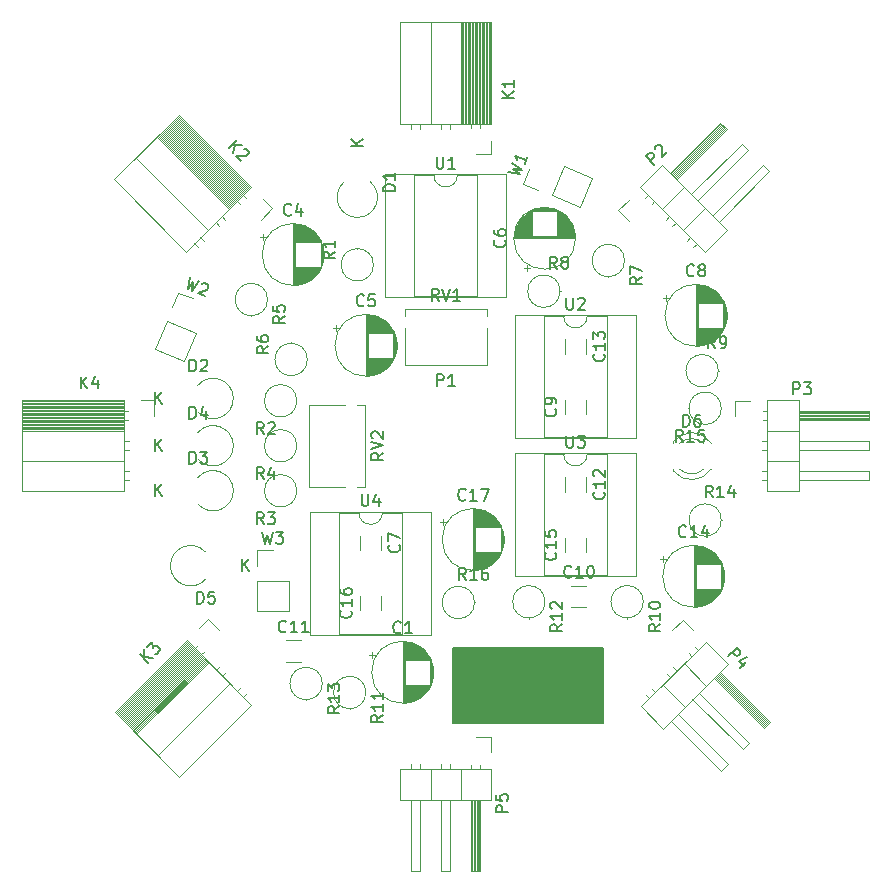
<source format=gbr>
G04 #@! TF.GenerationSoftware,KiCad,Pcbnew,5.0.2-bee76a0~70~ubuntu18.04.1*
G04 #@! TF.CreationDate,2019-07-07T00:00:34+02:00*
G04 #@! TF.ProjectId,neuromime_1.0.1,6e657572-6f6d-4696-9d65-5f312e302e31,rev?*
G04 #@! TF.SameCoordinates,Original*
G04 #@! TF.FileFunction,Legend,Top*
G04 #@! TF.FilePolarity,Positive*
%FSLAX46Y46*%
G04 Gerber Fmt 4.6, Leading zero omitted, Abs format (unit mm)*
G04 Created by KiCad (PCBNEW 5.0.2-bee76a0~70~ubuntu18.04.1) date Sun 07 Jul 2019 12:00:34 AM CEST*
%MOMM*%
%LPD*%
G01*
G04 APERTURE LIST*
%ADD10C,0.150000*%
%ADD11C,0.120000*%
G04 APERTURE END LIST*
D10*
G36*
X150635000Y-67145000D02*
X150635000Y-73495000D01*
X163335000Y-73495000D01*
X163335000Y-67145000D01*
X150635000Y-67145000D01*
G37*
X150635000Y-67145000D02*
X150635000Y-73495000D01*
X163335000Y-73495000D01*
X163335000Y-67145000D01*
X150635000Y-67145000D01*
D11*
G04 #@! TO.C,K1*
X153870000Y-24219000D02*
X153870000Y-25329000D01*
X153870000Y-25329000D02*
X152540000Y-25329000D01*
X153870000Y-14129000D02*
X146130000Y-14129000D01*
X146130000Y-14129000D02*
X146130000Y-22759000D01*
X153870000Y-22759000D02*
X146130000Y-22759000D01*
X153870000Y-14129000D02*
X153870000Y-22759000D01*
X148730000Y-14129000D02*
X148730000Y-22759000D01*
X151270000Y-14129000D02*
X151270000Y-22759000D01*
X147100000Y-22759000D02*
X147100000Y-23169000D01*
X147820000Y-22759000D02*
X147820000Y-23169000D01*
X149640000Y-22759000D02*
X149640000Y-23169000D01*
X150360000Y-22759000D02*
X150360000Y-23169000D01*
X152180000Y-22759000D02*
X152180000Y-23109000D01*
X152900000Y-22759000D02*
X152900000Y-23109000D01*
X151388100Y-14129000D02*
X151388100Y-22759000D01*
X151506195Y-14129000D02*
X151506195Y-22759000D01*
X151624290Y-14129000D02*
X151624290Y-22759000D01*
X151742385Y-14129000D02*
X151742385Y-22759000D01*
X151860480Y-14129000D02*
X151860480Y-22759000D01*
X151978575Y-14129000D02*
X151978575Y-22759000D01*
X152096670Y-14129000D02*
X152096670Y-22759000D01*
X152214765Y-14129000D02*
X152214765Y-22759000D01*
X152332860Y-14129000D02*
X152332860Y-22759000D01*
X152450955Y-14129000D02*
X152450955Y-22759000D01*
X152569050Y-14129000D02*
X152569050Y-22759000D01*
X152687145Y-14129000D02*
X152687145Y-22759000D01*
X152805240Y-14129000D02*
X152805240Y-22759000D01*
X152923335Y-14129000D02*
X152923335Y-22759000D01*
X153041430Y-14129000D02*
X153041430Y-22759000D01*
X153159525Y-14129000D02*
X153159525Y-22759000D01*
X153277620Y-14129000D02*
X153277620Y-22759000D01*
X153395715Y-14129000D02*
X153395715Y-22759000D01*
X153513810Y-14129000D02*
X153513810Y-22759000D01*
X153631905Y-14129000D02*
X153631905Y-22759000D01*
X153750000Y-14129000D02*
X153750000Y-22759000D01*
G04 #@! TO.C,D6*
X172500335Y-49810392D02*
G75*
G03X169268000Y-49653484I-1672335J-1078608D01*
G01*
X172500335Y-51967608D02*
G75*
G02X169268000Y-52124516I-1672335J1078608D01*
G01*
X171869130Y-49809163D02*
G75*
G03X169787039Y-49809000I-1041130J-1079837D01*
G01*
X171869130Y-51968837D02*
G75*
G02X169787039Y-51969000I-1041130J1079837D01*
G01*
X169268000Y-49653000D02*
X169268000Y-49809000D01*
X169268000Y-51969000D02*
X169268000Y-52125000D01*
G04 #@! TO.C,D5*
X129661551Y-58992634D02*
G75*
G03X129721153Y-61260000I-1251551J-1167366D01*
G01*
G04 #@! TO.C,D4*
X129063449Y-51167366D02*
G75*
G03X129003847Y-48900000I1251551J1167366D01*
G01*
G04 #@! TO.C,D3*
X129063449Y-54977366D02*
G75*
G03X129003847Y-52710000I1251551J1167366D01*
G01*
G04 #@! TO.C,W3*
X134065000Y-64030000D02*
X136725000Y-64030000D01*
X134065000Y-61430000D02*
X134065000Y-64030000D01*
X136725000Y-61430000D02*
X136725000Y-64030000D01*
X134065000Y-61430000D02*
X136725000Y-61430000D01*
X134065000Y-60160000D02*
X134065000Y-58830000D01*
X134065000Y-58830000D02*
X135395000Y-58830000D01*
G04 #@! TO.C,P2*
X164586949Y-30061000D02*
X165484974Y-29162974D01*
X165484974Y-30959026D02*
X164586949Y-30061000D01*
X170981265Y-33184341D02*
X171262037Y-32903569D01*
X170443864Y-32646940D02*
X170724636Y-32366168D01*
X177385582Y-26780025D02*
X173142941Y-31022665D01*
X176848180Y-26242623D02*
X177385582Y-26780025D01*
X172605540Y-30485264D02*
X176848180Y-26242623D01*
X170095311Y-31736843D02*
X171976215Y-29855939D01*
X169185214Y-31388290D02*
X169465986Y-31107518D01*
X168647813Y-30850888D02*
X168928584Y-30570117D01*
X175589530Y-24983973D02*
X171346890Y-29226614D01*
X175052129Y-24446572D02*
X175589530Y-24983973D01*
X170809488Y-28689213D02*
X175052129Y-24446572D01*
X168299259Y-29940792D02*
X170180163Y-28059888D01*
X167436589Y-29544812D02*
X167669934Y-29311467D01*
X166899188Y-29007411D02*
X167132533Y-28774066D01*
X169480128Y-27359852D02*
X173722768Y-23117211D01*
X169395275Y-27274999D02*
X173637916Y-23032359D01*
X169310422Y-27190146D02*
X173553063Y-22947506D01*
X169225569Y-27105294D02*
X173468210Y-22862653D01*
X169140716Y-27020441D02*
X173383357Y-22777800D01*
X169055864Y-26935588D02*
X173298504Y-22692947D01*
X173793479Y-23187922D02*
X169550838Y-27430563D01*
X173256078Y-22650521D02*
X173793479Y-23187922D01*
X169013437Y-26893162D02*
X173256078Y-22650521D01*
X168341686Y-26221410D02*
X166460782Y-28102314D01*
X173814692Y-31694417D02*
X168341686Y-26221410D01*
X171933788Y-33575321D02*
X173814692Y-31694417D01*
X166460782Y-28102314D02*
X171933788Y-33575321D01*
G04 #@! TO.C,P4*
X170066000Y-64713949D02*
X170964026Y-65611974D01*
X169167974Y-65611974D02*
X170066000Y-64713949D01*
X166942659Y-71108265D02*
X167223431Y-71389037D01*
X167480060Y-70570864D02*
X167760832Y-70851636D01*
X173346975Y-77512582D02*
X169104335Y-73269941D01*
X173884377Y-76975180D02*
X173346975Y-77512582D01*
X169641736Y-72732540D02*
X173884377Y-76975180D01*
X168390157Y-70222311D02*
X170271061Y-72103215D01*
X168738710Y-69312214D02*
X169019482Y-69592986D01*
X169276112Y-68774813D02*
X169556883Y-69055584D01*
X175143027Y-75716530D02*
X170900386Y-71473890D01*
X175680428Y-75179129D02*
X175143027Y-75716530D01*
X171437787Y-70936488D02*
X175680428Y-75179129D01*
X170186208Y-68426259D02*
X172067112Y-70307163D01*
X170582188Y-67563589D02*
X170815533Y-67796934D01*
X171119589Y-67026188D02*
X171352934Y-67259533D01*
X172767148Y-69607128D02*
X177009789Y-73849768D01*
X172852001Y-69522275D02*
X177094641Y-73764916D01*
X172936854Y-69437422D02*
X177179494Y-73680063D01*
X173021706Y-69352569D02*
X177264347Y-73595210D01*
X173106559Y-69267716D02*
X177349200Y-73510357D01*
X173191412Y-69182864D02*
X177434053Y-73425504D01*
X176939078Y-73920479D02*
X172696437Y-69677838D01*
X177476479Y-73383078D02*
X176939078Y-73920479D01*
X173233838Y-69140437D02*
X177476479Y-73383078D01*
X173905590Y-68468686D02*
X172024686Y-66587782D01*
X168432583Y-73941692D02*
X173905590Y-68468686D01*
X166551679Y-72060788D02*
X168432583Y-73941692D01*
X172024686Y-66587782D02*
X166551679Y-72060788D01*
G04 #@! TO.C,C4*
X134535225Y-32082500D02*
X134535225Y-32582500D01*
X134285225Y-32332500D02*
X134785225Y-32332500D01*
X139691000Y-33523500D02*
X139691000Y-34091500D01*
X139651000Y-33289500D02*
X139651000Y-34325500D01*
X139611000Y-33130500D02*
X139611000Y-34484500D01*
X139571000Y-33002500D02*
X139571000Y-34612500D01*
X139531000Y-32892500D02*
X139531000Y-34722500D01*
X139491000Y-32796500D02*
X139491000Y-34818500D01*
X139451000Y-32709500D02*
X139451000Y-34905500D01*
X139411000Y-32629500D02*
X139411000Y-34985500D01*
X139371000Y-34847500D02*
X139371000Y-35058500D01*
X139371000Y-32556500D02*
X139371000Y-32767500D01*
X139331000Y-34847500D02*
X139331000Y-35126500D01*
X139331000Y-32488500D02*
X139331000Y-32767500D01*
X139291000Y-34847500D02*
X139291000Y-35190500D01*
X139291000Y-32424500D02*
X139291000Y-32767500D01*
X139251000Y-34847500D02*
X139251000Y-35250500D01*
X139251000Y-32364500D02*
X139251000Y-32767500D01*
X139211000Y-34847500D02*
X139211000Y-35307500D01*
X139211000Y-32307500D02*
X139211000Y-32767500D01*
X139171000Y-34847500D02*
X139171000Y-35361500D01*
X139171000Y-32253500D02*
X139171000Y-32767500D01*
X139131000Y-34847500D02*
X139131000Y-35412500D01*
X139131000Y-32202500D02*
X139131000Y-32767500D01*
X139091000Y-34847500D02*
X139091000Y-35460500D01*
X139091000Y-32154500D02*
X139091000Y-32767500D01*
X139051000Y-34847500D02*
X139051000Y-35506500D01*
X139051000Y-32108500D02*
X139051000Y-32767500D01*
X139011000Y-34847500D02*
X139011000Y-35550500D01*
X139011000Y-32064500D02*
X139011000Y-32767500D01*
X138971000Y-34847500D02*
X138971000Y-35592500D01*
X138971000Y-32022500D02*
X138971000Y-32767500D01*
X138931000Y-34847500D02*
X138931000Y-35633500D01*
X138931000Y-31981500D02*
X138931000Y-32767500D01*
X138891000Y-34847500D02*
X138891000Y-35671500D01*
X138891000Y-31943500D02*
X138891000Y-32767500D01*
X138851000Y-34847500D02*
X138851000Y-35708500D01*
X138851000Y-31906500D02*
X138851000Y-32767500D01*
X138811000Y-34847500D02*
X138811000Y-35744500D01*
X138811000Y-31870500D02*
X138811000Y-32767500D01*
X138771000Y-34847500D02*
X138771000Y-35778500D01*
X138771000Y-31836500D02*
X138771000Y-32767500D01*
X138731000Y-34847500D02*
X138731000Y-35811500D01*
X138731000Y-31803500D02*
X138731000Y-32767500D01*
X138691000Y-34847500D02*
X138691000Y-35842500D01*
X138691000Y-31772500D02*
X138691000Y-32767500D01*
X138651000Y-34847500D02*
X138651000Y-35872500D01*
X138651000Y-31742500D02*
X138651000Y-32767500D01*
X138611000Y-34847500D02*
X138611000Y-35902500D01*
X138611000Y-31712500D02*
X138611000Y-32767500D01*
X138571000Y-34847500D02*
X138571000Y-35929500D01*
X138571000Y-31685500D02*
X138571000Y-32767500D01*
X138531000Y-34847500D02*
X138531000Y-35956500D01*
X138531000Y-31658500D02*
X138531000Y-32767500D01*
X138491000Y-34847500D02*
X138491000Y-35982500D01*
X138491000Y-31632500D02*
X138491000Y-32767500D01*
X138451000Y-34847500D02*
X138451000Y-36007500D01*
X138451000Y-31607500D02*
X138451000Y-32767500D01*
X138411000Y-34847500D02*
X138411000Y-36031500D01*
X138411000Y-31583500D02*
X138411000Y-32767500D01*
X138371000Y-34847500D02*
X138371000Y-36054500D01*
X138371000Y-31560500D02*
X138371000Y-32767500D01*
X138331000Y-34847500D02*
X138331000Y-36075500D01*
X138331000Y-31539500D02*
X138331000Y-32767500D01*
X138291000Y-34847500D02*
X138291000Y-36097500D01*
X138291000Y-31517500D02*
X138291000Y-32767500D01*
X138251000Y-34847500D02*
X138251000Y-36117500D01*
X138251000Y-31497500D02*
X138251000Y-32767500D01*
X138211000Y-34847500D02*
X138211000Y-36136500D01*
X138211000Y-31478500D02*
X138211000Y-32767500D01*
X138171000Y-34847500D02*
X138171000Y-36155500D01*
X138171000Y-31459500D02*
X138171000Y-32767500D01*
X138131000Y-34847500D02*
X138131000Y-36172500D01*
X138131000Y-31442500D02*
X138131000Y-32767500D01*
X138091000Y-34847500D02*
X138091000Y-36189500D01*
X138091000Y-31425500D02*
X138091000Y-32767500D01*
X138051000Y-34847500D02*
X138051000Y-36205500D01*
X138051000Y-31409500D02*
X138051000Y-32767500D01*
X138011000Y-34847500D02*
X138011000Y-36221500D01*
X138011000Y-31393500D02*
X138011000Y-32767500D01*
X137971000Y-34847500D02*
X137971000Y-36235500D01*
X137971000Y-31379500D02*
X137971000Y-32767500D01*
X137931000Y-34847500D02*
X137931000Y-36249500D01*
X137931000Y-31365500D02*
X137931000Y-32767500D01*
X137891000Y-34847500D02*
X137891000Y-36262500D01*
X137891000Y-31352500D02*
X137891000Y-32767500D01*
X137851000Y-34847500D02*
X137851000Y-36275500D01*
X137851000Y-31339500D02*
X137851000Y-32767500D01*
X137811000Y-34847500D02*
X137811000Y-36287500D01*
X137811000Y-31327500D02*
X137811000Y-32767500D01*
X137770000Y-34847500D02*
X137770000Y-36298500D01*
X137770000Y-31316500D02*
X137770000Y-32767500D01*
X137730000Y-34847500D02*
X137730000Y-36308500D01*
X137730000Y-31306500D02*
X137730000Y-32767500D01*
X137690000Y-34847500D02*
X137690000Y-36318500D01*
X137690000Y-31296500D02*
X137690000Y-32767500D01*
X137650000Y-34847500D02*
X137650000Y-36327500D01*
X137650000Y-31287500D02*
X137650000Y-32767500D01*
X137610000Y-34847500D02*
X137610000Y-36335500D01*
X137610000Y-31279500D02*
X137610000Y-32767500D01*
X137570000Y-34847500D02*
X137570000Y-36343500D01*
X137570000Y-31271500D02*
X137570000Y-32767500D01*
X137530000Y-34847500D02*
X137530000Y-36350500D01*
X137530000Y-31264500D02*
X137530000Y-32767500D01*
X137490000Y-34847500D02*
X137490000Y-36357500D01*
X137490000Y-31257500D02*
X137490000Y-32767500D01*
X137450000Y-34847500D02*
X137450000Y-36363500D01*
X137450000Y-31251500D02*
X137450000Y-32767500D01*
X137410000Y-34847500D02*
X137410000Y-36368500D01*
X137410000Y-31246500D02*
X137410000Y-32767500D01*
X137370000Y-34847500D02*
X137370000Y-36372500D01*
X137370000Y-31242500D02*
X137370000Y-32767500D01*
X137330000Y-34847500D02*
X137330000Y-36376500D01*
X137330000Y-31238500D02*
X137330000Y-32767500D01*
X137290000Y-31234500D02*
X137290000Y-36380500D01*
X137250000Y-31231500D02*
X137250000Y-36383500D01*
X137210000Y-31229500D02*
X137210000Y-36385500D01*
X137170000Y-31228500D02*
X137170000Y-36386500D01*
X137130000Y-31227500D02*
X137130000Y-36387500D01*
X137090000Y-31227500D02*
X137090000Y-36387500D01*
X139710000Y-33807500D02*
G75*
G03X139710000Y-33807500I-2620000J0D01*
G01*
G04 #@! TO.C,K2*
X134557452Y-29120548D02*
X135342341Y-29905437D01*
X135342341Y-29905437D02*
X134401889Y-30845889D01*
X127422745Y-21985841D02*
X121949738Y-27458847D01*
X121949738Y-27458847D02*
X128052070Y-33561179D01*
X133525076Y-28088172D02*
X128052070Y-33561179D01*
X127422745Y-21985841D02*
X133525076Y-28088172D01*
X123788216Y-25620369D02*
X129890547Y-31722701D01*
X125584267Y-23824318D02*
X131686598Y-29926650D01*
X128737963Y-32875285D02*
X129027877Y-33165199D01*
X129247080Y-32366168D02*
X129536994Y-32656082D01*
X130534014Y-31079234D02*
X130823928Y-31369148D01*
X131043131Y-30570117D02*
X131333045Y-30860031D01*
X132330066Y-29283183D02*
X132577553Y-29530670D01*
X132839183Y-28774066D02*
X133086670Y-29021553D01*
X125667776Y-23740809D02*
X131770108Y-29843140D01*
X125751282Y-23657303D02*
X131853614Y-29759635D01*
X125834788Y-23573797D02*
X131937119Y-29676129D01*
X125918294Y-23490292D02*
X132020625Y-29592623D01*
X126001799Y-23406786D02*
X132104131Y-29509117D01*
X126085305Y-23323280D02*
X132187637Y-29425612D01*
X126168811Y-23239774D02*
X132271142Y-29342106D01*
X126252317Y-23156268D02*
X132354648Y-29258600D01*
X126335822Y-23072763D02*
X132438154Y-29175094D01*
X126419328Y-22989257D02*
X132521660Y-29091588D01*
X126502834Y-22905751D02*
X132605166Y-29008083D01*
X126586340Y-22822245D02*
X132688671Y-28924577D01*
X126669846Y-22738740D02*
X132772177Y-28841071D01*
X126753351Y-22655234D02*
X132855683Y-28757565D01*
X126836857Y-22571728D02*
X132939189Y-28674060D01*
X126920363Y-22488222D02*
X133022694Y-28590554D01*
X127003869Y-22404716D02*
X133106200Y-28507048D01*
X127087374Y-22321211D02*
X133189706Y-28423542D01*
X127170880Y-22237705D02*
X133273212Y-28340036D01*
X127254386Y-22154199D02*
X133356718Y-28256531D01*
X127337892Y-22070693D02*
X133440223Y-28173025D01*
G04 #@! TO.C,R2*
X134660000Y-46190000D02*
X134590000Y-46190000D01*
X137400000Y-46190000D02*
G75*
G03X137400000Y-46190000I-1370000J0D01*
G01*
G04 #@! TO.C,U4*
X144650000Y-55655000D02*
G75*
G02X142650000Y-55655000I-1000000J0D01*
G01*
X142650000Y-55655000D02*
X141000000Y-55655000D01*
X141000000Y-55655000D02*
X141000000Y-65935000D01*
X141000000Y-65935000D02*
X146300000Y-65935000D01*
X146300000Y-65935000D02*
X146300000Y-55655000D01*
X146300000Y-55655000D02*
X144650000Y-55655000D01*
X138510000Y-55595000D02*
X138510000Y-65995000D01*
X138510000Y-65995000D02*
X148790000Y-65995000D01*
X148790000Y-65995000D02*
X148790000Y-55595000D01*
X148790000Y-55595000D02*
X138510000Y-55595000D01*
G04 #@! TO.C,C14*
X173618000Y-61049000D02*
G75*
G03X173618000Y-61049000I-2620000J0D01*
G01*
X170998000Y-58469000D02*
X170998000Y-63629000D01*
X171038000Y-58469000D02*
X171038000Y-63629000D01*
X171078000Y-58470000D02*
X171078000Y-63628000D01*
X171118000Y-58471000D02*
X171118000Y-63627000D01*
X171158000Y-58473000D02*
X171158000Y-63625000D01*
X171198000Y-58476000D02*
X171198000Y-63622000D01*
X171238000Y-58480000D02*
X171238000Y-60009000D01*
X171238000Y-62089000D02*
X171238000Y-63618000D01*
X171278000Y-58484000D02*
X171278000Y-60009000D01*
X171278000Y-62089000D02*
X171278000Y-63614000D01*
X171318000Y-58488000D02*
X171318000Y-60009000D01*
X171318000Y-62089000D02*
X171318000Y-63610000D01*
X171358000Y-58493000D02*
X171358000Y-60009000D01*
X171358000Y-62089000D02*
X171358000Y-63605000D01*
X171398000Y-58499000D02*
X171398000Y-60009000D01*
X171398000Y-62089000D02*
X171398000Y-63599000D01*
X171438000Y-58506000D02*
X171438000Y-60009000D01*
X171438000Y-62089000D02*
X171438000Y-63592000D01*
X171478000Y-58513000D02*
X171478000Y-60009000D01*
X171478000Y-62089000D02*
X171478000Y-63585000D01*
X171518000Y-58521000D02*
X171518000Y-60009000D01*
X171518000Y-62089000D02*
X171518000Y-63577000D01*
X171558000Y-58529000D02*
X171558000Y-60009000D01*
X171558000Y-62089000D02*
X171558000Y-63569000D01*
X171598000Y-58538000D02*
X171598000Y-60009000D01*
X171598000Y-62089000D02*
X171598000Y-63560000D01*
X171638000Y-58548000D02*
X171638000Y-60009000D01*
X171638000Y-62089000D02*
X171638000Y-63550000D01*
X171678000Y-58558000D02*
X171678000Y-60009000D01*
X171678000Y-62089000D02*
X171678000Y-63540000D01*
X171719000Y-58569000D02*
X171719000Y-60009000D01*
X171719000Y-62089000D02*
X171719000Y-63529000D01*
X171759000Y-58581000D02*
X171759000Y-60009000D01*
X171759000Y-62089000D02*
X171759000Y-63517000D01*
X171799000Y-58594000D02*
X171799000Y-60009000D01*
X171799000Y-62089000D02*
X171799000Y-63504000D01*
X171839000Y-58607000D02*
X171839000Y-60009000D01*
X171839000Y-62089000D02*
X171839000Y-63491000D01*
X171879000Y-58621000D02*
X171879000Y-60009000D01*
X171879000Y-62089000D02*
X171879000Y-63477000D01*
X171919000Y-58635000D02*
X171919000Y-60009000D01*
X171919000Y-62089000D02*
X171919000Y-63463000D01*
X171959000Y-58651000D02*
X171959000Y-60009000D01*
X171959000Y-62089000D02*
X171959000Y-63447000D01*
X171999000Y-58667000D02*
X171999000Y-60009000D01*
X171999000Y-62089000D02*
X171999000Y-63431000D01*
X172039000Y-58684000D02*
X172039000Y-60009000D01*
X172039000Y-62089000D02*
X172039000Y-63414000D01*
X172079000Y-58701000D02*
X172079000Y-60009000D01*
X172079000Y-62089000D02*
X172079000Y-63397000D01*
X172119000Y-58720000D02*
X172119000Y-60009000D01*
X172119000Y-62089000D02*
X172119000Y-63378000D01*
X172159000Y-58739000D02*
X172159000Y-60009000D01*
X172159000Y-62089000D02*
X172159000Y-63359000D01*
X172199000Y-58759000D02*
X172199000Y-60009000D01*
X172199000Y-62089000D02*
X172199000Y-63339000D01*
X172239000Y-58781000D02*
X172239000Y-60009000D01*
X172239000Y-62089000D02*
X172239000Y-63317000D01*
X172279000Y-58802000D02*
X172279000Y-60009000D01*
X172279000Y-62089000D02*
X172279000Y-63296000D01*
X172319000Y-58825000D02*
X172319000Y-60009000D01*
X172319000Y-62089000D02*
X172319000Y-63273000D01*
X172359000Y-58849000D02*
X172359000Y-60009000D01*
X172359000Y-62089000D02*
X172359000Y-63249000D01*
X172399000Y-58874000D02*
X172399000Y-60009000D01*
X172399000Y-62089000D02*
X172399000Y-63224000D01*
X172439000Y-58900000D02*
X172439000Y-60009000D01*
X172439000Y-62089000D02*
X172439000Y-63198000D01*
X172479000Y-58927000D02*
X172479000Y-60009000D01*
X172479000Y-62089000D02*
X172479000Y-63171000D01*
X172519000Y-58954000D02*
X172519000Y-60009000D01*
X172519000Y-62089000D02*
X172519000Y-63144000D01*
X172559000Y-58984000D02*
X172559000Y-60009000D01*
X172559000Y-62089000D02*
X172559000Y-63114000D01*
X172599000Y-59014000D02*
X172599000Y-60009000D01*
X172599000Y-62089000D02*
X172599000Y-63084000D01*
X172639000Y-59045000D02*
X172639000Y-60009000D01*
X172639000Y-62089000D02*
X172639000Y-63053000D01*
X172679000Y-59078000D02*
X172679000Y-60009000D01*
X172679000Y-62089000D02*
X172679000Y-63020000D01*
X172719000Y-59112000D02*
X172719000Y-60009000D01*
X172719000Y-62089000D02*
X172719000Y-62986000D01*
X172759000Y-59148000D02*
X172759000Y-60009000D01*
X172759000Y-62089000D02*
X172759000Y-62950000D01*
X172799000Y-59185000D02*
X172799000Y-60009000D01*
X172799000Y-62089000D02*
X172799000Y-62913000D01*
X172839000Y-59223000D02*
X172839000Y-60009000D01*
X172839000Y-62089000D02*
X172839000Y-62875000D01*
X172879000Y-59264000D02*
X172879000Y-60009000D01*
X172879000Y-62089000D02*
X172879000Y-62834000D01*
X172919000Y-59306000D02*
X172919000Y-60009000D01*
X172919000Y-62089000D02*
X172919000Y-62792000D01*
X172959000Y-59350000D02*
X172959000Y-60009000D01*
X172959000Y-62089000D02*
X172959000Y-62748000D01*
X172999000Y-59396000D02*
X172999000Y-60009000D01*
X172999000Y-62089000D02*
X172999000Y-62702000D01*
X173039000Y-59444000D02*
X173039000Y-60009000D01*
X173039000Y-62089000D02*
X173039000Y-62654000D01*
X173079000Y-59495000D02*
X173079000Y-60009000D01*
X173079000Y-62089000D02*
X173079000Y-62603000D01*
X173119000Y-59549000D02*
X173119000Y-60009000D01*
X173119000Y-62089000D02*
X173119000Y-62549000D01*
X173159000Y-59606000D02*
X173159000Y-60009000D01*
X173159000Y-62089000D02*
X173159000Y-62492000D01*
X173199000Y-59666000D02*
X173199000Y-60009000D01*
X173199000Y-62089000D02*
X173199000Y-62432000D01*
X173239000Y-59730000D02*
X173239000Y-60009000D01*
X173239000Y-62089000D02*
X173239000Y-62368000D01*
X173279000Y-59798000D02*
X173279000Y-60009000D01*
X173279000Y-62089000D02*
X173279000Y-62300000D01*
X173319000Y-59871000D02*
X173319000Y-62227000D01*
X173359000Y-59951000D02*
X173359000Y-62147000D01*
X173399000Y-60038000D02*
X173399000Y-62060000D01*
X173439000Y-60134000D02*
X173439000Y-61964000D01*
X173479000Y-60244000D02*
X173479000Y-61854000D01*
X173519000Y-60372000D02*
X173519000Y-61726000D01*
X173559000Y-60531000D02*
X173559000Y-61567000D01*
X173599000Y-60765000D02*
X173599000Y-61333000D01*
X168193225Y-59574000D02*
X168693225Y-59574000D01*
X168443225Y-59324000D02*
X168443225Y-59824000D01*
G04 #@! TO.C,R14*
X173341000Y-56286500D02*
G75*
G03X173341000Y-56286500I-1370000J0D01*
G01*
X173341000Y-56286500D02*
X173411000Y-56286500D01*
G04 #@! TO.C,C11*
X136501000Y-66479000D02*
X137759000Y-66479000D01*
X136501000Y-68319000D02*
X137759000Y-68319000D01*
G04 #@! TO.C,C12*
X160066000Y-52653000D02*
X160066000Y-53911000D01*
X161906000Y-52653000D02*
X161906000Y-53911000D01*
G04 #@! TO.C,C13*
X160066000Y-40969000D02*
X160066000Y-42227000D01*
X161906000Y-40969000D02*
X161906000Y-42227000D01*
G04 #@! TO.C,C15*
X160066000Y-59031000D02*
X160066000Y-57773000D01*
X161906000Y-59031000D02*
X161906000Y-57773000D01*
G04 #@! TO.C,C16*
X142730000Y-63944000D02*
X142730000Y-62686000D01*
X144570000Y-63944000D02*
X144570000Y-62686000D01*
G04 #@! TO.C,C17*
X149775225Y-56212500D02*
X149775225Y-56712500D01*
X149525225Y-56462500D02*
X150025225Y-56462500D01*
X154931000Y-57653500D02*
X154931000Y-58221500D01*
X154891000Y-57419500D02*
X154891000Y-58455500D01*
X154851000Y-57260500D02*
X154851000Y-58614500D01*
X154811000Y-57132500D02*
X154811000Y-58742500D01*
X154771000Y-57022500D02*
X154771000Y-58852500D01*
X154731000Y-56926500D02*
X154731000Y-58948500D01*
X154691000Y-56839500D02*
X154691000Y-59035500D01*
X154651000Y-56759500D02*
X154651000Y-59115500D01*
X154611000Y-58977500D02*
X154611000Y-59188500D01*
X154611000Y-56686500D02*
X154611000Y-56897500D01*
X154571000Y-58977500D02*
X154571000Y-59256500D01*
X154571000Y-56618500D02*
X154571000Y-56897500D01*
X154531000Y-58977500D02*
X154531000Y-59320500D01*
X154531000Y-56554500D02*
X154531000Y-56897500D01*
X154491000Y-58977500D02*
X154491000Y-59380500D01*
X154491000Y-56494500D02*
X154491000Y-56897500D01*
X154451000Y-58977500D02*
X154451000Y-59437500D01*
X154451000Y-56437500D02*
X154451000Y-56897500D01*
X154411000Y-58977500D02*
X154411000Y-59491500D01*
X154411000Y-56383500D02*
X154411000Y-56897500D01*
X154371000Y-58977500D02*
X154371000Y-59542500D01*
X154371000Y-56332500D02*
X154371000Y-56897500D01*
X154331000Y-58977500D02*
X154331000Y-59590500D01*
X154331000Y-56284500D02*
X154331000Y-56897500D01*
X154291000Y-58977500D02*
X154291000Y-59636500D01*
X154291000Y-56238500D02*
X154291000Y-56897500D01*
X154251000Y-58977500D02*
X154251000Y-59680500D01*
X154251000Y-56194500D02*
X154251000Y-56897500D01*
X154211000Y-58977500D02*
X154211000Y-59722500D01*
X154211000Y-56152500D02*
X154211000Y-56897500D01*
X154171000Y-58977500D02*
X154171000Y-59763500D01*
X154171000Y-56111500D02*
X154171000Y-56897500D01*
X154131000Y-58977500D02*
X154131000Y-59801500D01*
X154131000Y-56073500D02*
X154131000Y-56897500D01*
X154091000Y-58977500D02*
X154091000Y-59838500D01*
X154091000Y-56036500D02*
X154091000Y-56897500D01*
X154051000Y-58977500D02*
X154051000Y-59874500D01*
X154051000Y-56000500D02*
X154051000Y-56897500D01*
X154011000Y-58977500D02*
X154011000Y-59908500D01*
X154011000Y-55966500D02*
X154011000Y-56897500D01*
X153971000Y-58977500D02*
X153971000Y-59941500D01*
X153971000Y-55933500D02*
X153971000Y-56897500D01*
X153931000Y-58977500D02*
X153931000Y-59972500D01*
X153931000Y-55902500D02*
X153931000Y-56897500D01*
X153891000Y-58977500D02*
X153891000Y-60002500D01*
X153891000Y-55872500D02*
X153891000Y-56897500D01*
X153851000Y-58977500D02*
X153851000Y-60032500D01*
X153851000Y-55842500D02*
X153851000Y-56897500D01*
X153811000Y-58977500D02*
X153811000Y-60059500D01*
X153811000Y-55815500D02*
X153811000Y-56897500D01*
X153771000Y-58977500D02*
X153771000Y-60086500D01*
X153771000Y-55788500D02*
X153771000Y-56897500D01*
X153731000Y-58977500D02*
X153731000Y-60112500D01*
X153731000Y-55762500D02*
X153731000Y-56897500D01*
X153691000Y-58977500D02*
X153691000Y-60137500D01*
X153691000Y-55737500D02*
X153691000Y-56897500D01*
X153651000Y-58977500D02*
X153651000Y-60161500D01*
X153651000Y-55713500D02*
X153651000Y-56897500D01*
X153611000Y-58977500D02*
X153611000Y-60184500D01*
X153611000Y-55690500D02*
X153611000Y-56897500D01*
X153571000Y-58977500D02*
X153571000Y-60205500D01*
X153571000Y-55669500D02*
X153571000Y-56897500D01*
X153531000Y-58977500D02*
X153531000Y-60227500D01*
X153531000Y-55647500D02*
X153531000Y-56897500D01*
X153491000Y-58977500D02*
X153491000Y-60247500D01*
X153491000Y-55627500D02*
X153491000Y-56897500D01*
X153451000Y-58977500D02*
X153451000Y-60266500D01*
X153451000Y-55608500D02*
X153451000Y-56897500D01*
X153411000Y-58977500D02*
X153411000Y-60285500D01*
X153411000Y-55589500D02*
X153411000Y-56897500D01*
X153371000Y-58977500D02*
X153371000Y-60302500D01*
X153371000Y-55572500D02*
X153371000Y-56897500D01*
X153331000Y-58977500D02*
X153331000Y-60319500D01*
X153331000Y-55555500D02*
X153331000Y-56897500D01*
X153291000Y-58977500D02*
X153291000Y-60335500D01*
X153291000Y-55539500D02*
X153291000Y-56897500D01*
X153251000Y-58977500D02*
X153251000Y-60351500D01*
X153251000Y-55523500D02*
X153251000Y-56897500D01*
X153211000Y-58977500D02*
X153211000Y-60365500D01*
X153211000Y-55509500D02*
X153211000Y-56897500D01*
X153171000Y-58977500D02*
X153171000Y-60379500D01*
X153171000Y-55495500D02*
X153171000Y-56897500D01*
X153131000Y-58977500D02*
X153131000Y-60392500D01*
X153131000Y-55482500D02*
X153131000Y-56897500D01*
X153091000Y-58977500D02*
X153091000Y-60405500D01*
X153091000Y-55469500D02*
X153091000Y-56897500D01*
X153051000Y-58977500D02*
X153051000Y-60417500D01*
X153051000Y-55457500D02*
X153051000Y-56897500D01*
X153010000Y-58977500D02*
X153010000Y-60428500D01*
X153010000Y-55446500D02*
X153010000Y-56897500D01*
X152970000Y-58977500D02*
X152970000Y-60438500D01*
X152970000Y-55436500D02*
X152970000Y-56897500D01*
X152930000Y-58977500D02*
X152930000Y-60448500D01*
X152930000Y-55426500D02*
X152930000Y-56897500D01*
X152890000Y-58977500D02*
X152890000Y-60457500D01*
X152890000Y-55417500D02*
X152890000Y-56897500D01*
X152850000Y-58977500D02*
X152850000Y-60465500D01*
X152850000Y-55409500D02*
X152850000Y-56897500D01*
X152810000Y-58977500D02*
X152810000Y-60473500D01*
X152810000Y-55401500D02*
X152810000Y-56897500D01*
X152770000Y-58977500D02*
X152770000Y-60480500D01*
X152770000Y-55394500D02*
X152770000Y-56897500D01*
X152730000Y-58977500D02*
X152730000Y-60487500D01*
X152730000Y-55387500D02*
X152730000Y-56897500D01*
X152690000Y-58977500D02*
X152690000Y-60493500D01*
X152690000Y-55381500D02*
X152690000Y-56897500D01*
X152650000Y-58977500D02*
X152650000Y-60498500D01*
X152650000Y-55376500D02*
X152650000Y-56897500D01*
X152610000Y-58977500D02*
X152610000Y-60502500D01*
X152610000Y-55372500D02*
X152610000Y-56897500D01*
X152570000Y-58977500D02*
X152570000Y-60506500D01*
X152570000Y-55368500D02*
X152570000Y-56897500D01*
X152530000Y-55364500D02*
X152530000Y-60510500D01*
X152490000Y-55361500D02*
X152490000Y-60513500D01*
X152450000Y-55359500D02*
X152450000Y-60515500D01*
X152410000Y-55358500D02*
X152410000Y-60516500D01*
X152370000Y-55357500D02*
X152370000Y-60517500D01*
X152330000Y-55357500D02*
X152330000Y-60517500D01*
X154950000Y-57937500D02*
G75*
G03X154950000Y-57937500I-2620000J0D01*
G01*
G04 #@! TO.C,U1*
X151000000Y-27080000D02*
G75*
G02X149000000Y-27080000I-1000000J0D01*
G01*
X149000000Y-27080000D02*
X147350000Y-27080000D01*
X147350000Y-27080000D02*
X147350000Y-37360000D01*
X147350000Y-37360000D02*
X152650000Y-37360000D01*
X152650000Y-37360000D02*
X152650000Y-27080000D01*
X152650000Y-27080000D02*
X151000000Y-27080000D01*
X144860000Y-27020000D02*
X144860000Y-37420000D01*
X144860000Y-37420000D02*
X155140000Y-37420000D01*
X155140000Y-37420000D02*
X155140000Y-27020000D01*
X155140000Y-27020000D02*
X144860000Y-27020000D01*
G04 #@! TO.C,U2*
X166126000Y-38958000D02*
X155846000Y-38958000D01*
X166126000Y-49358000D02*
X166126000Y-38958000D01*
X155846000Y-49358000D02*
X166126000Y-49358000D01*
X155846000Y-38958000D02*
X155846000Y-49358000D01*
X163636000Y-39018000D02*
X161986000Y-39018000D01*
X163636000Y-49298000D02*
X163636000Y-39018000D01*
X158336000Y-49298000D02*
X163636000Y-49298000D01*
X158336000Y-39018000D02*
X158336000Y-49298000D01*
X159986000Y-39018000D02*
X158336000Y-39018000D01*
X161986000Y-39018000D02*
G75*
G02X159986000Y-39018000I-1000000J0D01*
G01*
G04 #@! TO.C,U3*
X161986000Y-50702000D02*
G75*
G02X159986000Y-50702000I-1000000J0D01*
G01*
X159986000Y-50702000D02*
X158336000Y-50702000D01*
X158336000Y-50702000D02*
X158336000Y-60982000D01*
X158336000Y-60982000D02*
X163636000Y-60982000D01*
X163636000Y-60982000D02*
X163636000Y-50702000D01*
X163636000Y-50702000D02*
X161986000Y-50702000D01*
X155846000Y-50642000D02*
X155846000Y-61042000D01*
X155846000Y-61042000D02*
X166126000Y-61042000D01*
X166126000Y-61042000D02*
X166126000Y-50642000D01*
X166126000Y-50642000D02*
X155846000Y-50642000D01*
G04 #@! TO.C,R12*
X157048000Y-64578000D02*
X157048000Y-64648000D01*
X158418000Y-63208000D02*
G75*
G03X158418000Y-63208000I-1370000J0D01*
G01*
G04 #@! TO.C,RV1*
X153475000Y-40017500D02*
X153475000Y-43122500D01*
X153475000Y-38382500D02*
X153475000Y-39027500D01*
X146525000Y-40017500D02*
X146525000Y-43122500D01*
X146525000Y-38382500D02*
X146525000Y-39027500D01*
X146525000Y-43122500D02*
X153475000Y-43122500D01*
X146525000Y-38382500D02*
X153475000Y-38382500D01*
G04 #@! TO.C,R4*
X137400000Y-50000000D02*
G75*
G03X137400000Y-50000000I-1370000J0D01*
G01*
X134660000Y-50000000D02*
X134590000Y-50000000D01*
G04 #@! TO.C,K4*
X114129000Y-46250000D02*
X122759000Y-46250000D01*
X114129000Y-46368095D02*
X122759000Y-46368095D01*
X114129000Y-46486190D02*
X122759000Y-46486190D01*
X114129000Y-46604285D02*
X122759000Y-46604285D01*
X114129000Y-46722380D02*
X122759000Y-46722380D01*
X114129000Y-46840475D02*
X122759000Y-46840475D01*
X114129000Y-46958570D02*
X122759000Y-46958570D01*
X114129000Y-47076665D02*
X122759000Y-47076665D01*
X114129000Y-47194760D02*
X122759000Y-47194760D01*
X114129000Y-47312855D02*
X122759000Y-47312855D01*
X114129000Y-47430950D02*
X122759000Y-47430950D01*
X114129000Y-47549045D02*
X122759000Y-47549045D01*
X114129000Y-47667140D02*
X122759000Y-47667140D01*
X114129000Y-47785235D02*
X122759000Y-47785235D01*
X114129000Y-47903330D02*
X122759000Y-47903330D01*
X114129000Y-48021425D02*
X122759000Y-48021425D01*
X114129000Y-48139520D02*
X122759000Y-48139520D01*
X114129000Y-48257615D02*
X122759000Y-48257615D01*
X114129000Y-48375710D02*
X122759000Y-48375710D01*
X114129000Y-48493805D02*
X122759000Y-48493805D01*
X114129000Y-48611900D02*
X122759000Y-48611900D01*
X122759000Y-47100000D02*
X123109000Y-47100000D01*
X122759000Y-47820000D02*
X123109000Y-47820000D01*
X122759000Y-49640000D02*
X123169000Y-49640000D01*
X122759000Y-50360000D02*
X123169000Y-50360000D01*
X122759000Y-52180000D02*
X123169000Y-52180000D01*
X122759000Y-52900000D02*
X123169000Y-52900000D01*
X114129000Y-48730000D02*
X122759000Y-48730000D01*
X114129000Y-51270000D02*
X122759000Y-51270000D01*
X114129000Y-46130000D02*
X122759000Y-46130000D01*
X122759000Y-46130000D02*
X122759000Y-53870000D01*
X114129000Y-53870000D02*
X122759000Y-53870000D01*
X114129000Y-46130000D02*
X114129000Y-53870000D01*
X125329000Y-46130000D02*
X125329000Y-47460000D01*
X124219000Y-46130000D02*
X125329000Y-46130000D01*
G04 #@! TO.C,C5*
X145869000Y-41491000D02*
G75*
G03X145869000Y-41491000I-2620000J0D01*
G01*
X143249000Y-38911000D02*
X143249000Y-44071000D01*
X143289000Y-38911000D02*
X143289000Y-44071000D01*
X143329000Y-38912000D02*
X143329000Y-44070000D01*
X143369000Y-38913000D02*
X143369000Y-44069000D01*
X143409000Y-38915000D02*
X143409000Y-44067000D01*
X143449000Y-38918000D02*
X143449000Y-44064000D01*
X143489000Y-38922000D02*
X143489000Y-40451000D01*
X143489000Y-42531000D02*
X143489000Y-44060000D01*
X143529000Y-38926000D02*
X143529000Y-40451000D01*
X143529000Y-42531000D02*
X143529000Y-44056000D01*
X143569000Y-38930000D02*
X143569000Y-40451000D01*
X143569000Y-42531000D02*
X143569000Y-44052000D01*
X143609000Y-38935000D02*
X143609000Y-40451000D01*
X143609000Y-42531000D02*
X143609000Y-44047000D01*
X143649000Y-38941000D02*
X143649000Y-40451000D01*
X143649000Y-42531000D02*
X143649000Y-44041000D01*
X143689000Y-38948000D02*
X143689000Y-40451000D01*
X143689000Y-42531000D02*
X143689000Y-44034000D01*
X143729000Y-38955000D02*
X143729000Y-40451000D01*
X143729000Y-42531000D02*
X143729000Y-44027000D01*
X143769000Y-38963000D02*
X143769000Y-40451000D01*
X143769000Y-42531000D02*
X143769000Y-44019000D01*
X143809000Y-38971000D02*
X143809000Y-40451000D01*
X143809000Y-42531000D02*
X143809000Y-44011000D01*
X143849000Y-38980000D02*
X143849000Y-40451000D01*
X143849000Y-42531000D02*
X143849000Y-44002000D01*
X143889000Y-38990000D02*
X143889000Y-40451000D01*
X143889000Y-42531000D02*
X143889000Y-43992000D01*
X143929000Y-39000000D02*
X143929000Y-40451000D01*
X143929000Y-42531000D02*
X143929000Y-43982000D01*
X143970000Y-39011000D02*
X143970000Y-40451000D01*
X143970000Y-42531000D02*
X143970000Y-43971000D01*
X144010000Y-39023000D02*
X144010000Y-40451000D01*
X144010000Y-42531000D02*
X144010000Y-43959000D01*
X144050000Y-39036000D02*
X144050000Y-40451000D01*
X144050000Y-42531000D02*
X144050000Y-43946000D01*
X144090000Y-39049000D02*
X144090000Y-40451000D01*
X144090000Y-42531000D02*
X144090000Y-43933000D01*
X144130000Y-39063000D02*
X144130000Y-40451000D01*
X144130000Y-42531000D02*
X144130000Y-43919000D01*
X144170000Y-39077000D02*
X144170000Y-40451000D01*
X144170000Y-42531000D02*
X144170000Y-43905000D01*
X144210000Y-39093000D02*
X144210000Y-40451000D01*
X144210000Y-42531000D02*
X144210000Y-43889000D01*
X144250000Y-39109000D02*
X144250000Y-40451000D01*
X144250000Y-42531000D02*
X144250000Y-43873000D01*
X144290000Y-39126000D02*
X144290000Y-40451000D01*
X144290000Y-42531000D02*
X144290000Y-43856000D01*
X144330000Y-39143000D02*
X144330000Y-40451000D01*
X144330000Y-42531000D02*
X144330000Y-43839000D01*
X144370000Y-39162000D02*
X144370000Y-40451000D01*
X144370000Y-42531000D02*
X144370000Y-43820000D01*
X144410000Y-39181000D02*
X144410000Y-40451000D01*
X144410000Y-42531000D02*
X144410000Y-43801000D01*
X144450000Y-39201000D02*
X144450000Y-40451000D01*
X144450000Y-42531000D02*
X144450000Y-43781000D01*
X144490000Y-39223000D02*
X144490000Y-40451000D01*
X144490000Y-42531000D02*
X144490000Y-43759000D01*
X144530000Y-39244000D02*
X144530000Y-40451000D01*
X144530000Y-42531000D02*
X144530000Y-43738000D01*
X144570000Y-39267000D02*
X144570000Y-40451000D01*
X144570000Y-42531000D02*
X144570000Y-43715000D01*
X144610000Y-39291000D02*
X144610000Y-40451000D01*
X144610000Y-42531000D02*
X144610000Y-43691000D01*
X144650000Y-39316000D02*
X144650000Y-40451000D01*
X144650000Y-42531000D02*
X144650000Y-43666000D01*
X144690000Y-39342000D02*
X144690000Y-40451000D01*
X144690000Y-42531000D02*
X144690000Y-43640000D01*
X144730000Y-39369000D02*
X144730000Y-40451000D01*
X144730000Y-42531000D02*
X144730000Y-43613000D01*
X144770000Y-39396000D02*
X144770000Y-40451000D01*
X144770000Y-42531000D02*
X144770000Y-43586000D01*
X144810000Y-39426000D02*
X144810000Y-40451000D01*
X144810000Y-42531000D02*
X144810000Y-43556000D01*
X144850000Y-39456000D02*
X144850000Y-40451000D01*
X144850000Y-42531000D02*
X144850000Y-43526000D01*
X144890000Y-39487000D02*
X144890000Y-40451000D01*
X144890000Y-42531000D02*
X144890000Y-43495000D01*
X144930000Y-39520000D02*
X144930000Y-40451000D01*
X144930000Y-42531000D02*
X144930000Y-43462000D01*
X144970000Y-39554000D02*
X144970000Y-40451000D01*
X144970000Y-42531000D02*
X144970000Y-43428000D01*
X145010000Y-39590000D02*
X145010000Y-40451000D01*
X145010000Y-42531000D02*
X145010000Y-43392000D01*
X145050000Y-39627000D02*
X145050000Y-40451000D01*
X145050000Y-42531000D02*
X145050000Y-43355000D01*
X145090000Y-39665000D02*
X145090000Y-40451000D01*
X145090000Y-42531000D02*
X145090000Y-43317000D01*
X145130000Y-39706000D02*
X145130000Y-40451000D01*
X145130000Y-42531000D02*
X145130000Y-43276000D01*
X145170000Y-39748000D02*
X145170000Y-40451000D01*
X145170000Y-42531000D02*
X145170000Y-43234000D01*
X145210000Y-39792000D02*
X145210000Y-40451000D01*
X145210000Y-42531000D02*
X145210000Y-43190000D01*
X145250000Y-39838000D02*
X145250000Y-40451000D01*
X145250000Y-42531000D02*
X145250000Y-43144000D01*
X145290000Y-39886000D02*
X145290000Y-40451000D01*
X145290000Y-42531000D02*
X145290000Y-43096000D01*
X145330000Y-39937000D02*
X145330000Y-40451000D01*
X145330000Y-42531000D02*
X145330000Y-43045000D01*
X145370000Y-39991000D02*
X145370000Y-40451000D01*
X145370000Y-42531000D02*
X145370000Y-42991000D01*
X145410000Y-40048000D02*
X145410000Y-40451000D01*
X145410000Y-42531000D02*
X145410000Y-42934000D01*
X145450000Y-40108000D02*
X145450000Y-40451000D01*
X145450000Y-42531000D02*
X145450000Y-42874000D01*
X145490000Y-40172000D02*
X145490000Y-40451000D01*
X145490000Y-42531000D02*
X145490000Y-42810000D01*
X145530000Y-40240000D02*
X145530000Y-40451000D01*
X145530000Y-42531000D02*
X145530000Y-42742000D01*
X145570000Y-40313000D02*
X145570000Y-42669000D01*
X145610000Y-40393000D02*
X145610000Y-42589000D01*
X145650000Y-40480000D02*
X145650000Y-42502000D01*
X145690000Y-40576000D02*
X145690000Y-42406000D01*
X145730000Y-40686000D02*
X145730000Y-42296000D01*
X145770000Y-40814000D02*
X145770000Y-42168000D01*
X145810000Y-40973000D02*
X145810000Y-42009000D01*
X145850000Y-41207000D02*
X145850000Y-41775000D01*
X140444225Y-40016000D02*
X140944225Y-40016000D01*
X140694225Y-39766000D02*
X140694225Y-40266000D01*
G04 #@! TO.C,R13*
X139559000Y-70129500D02*
G75*
G03X139559000Y-70129500I-1370000J0D01*
G01*
X138189000Y-71499500D02*
X138189000Y-71569500D01*
G04 #@! TO.C,C1*
X148980000Y-69177000D02*
G75*
G03X148980000Y-69177000I-2620000J0D01*
G01*
X146360000Y-66597000D02*
X146360000Y-71757000D01*
X146400000Y-66597000D02*
X146400000Y-71757000D01*
X146440000Y-66598000D02*
X146440000Y-71756000D01*
X146480000Y-66599000D02*
X146480000Y-71755000D01*
X146520000Y-66601000D02*
X146520000Y-71753000D01*
X146560000Y-66604000D02*
X146560000Y-71750000D01*
X146600000Y-66608000D02*
X146600000Y-68137000D01*
X146600000Y-70217000D02*
X146600000Y-71746000D01*
X146640000Y-66612000D02*
X146640000Y-68137000D01*
X146640000Y-70217000D02*
X146640000Y-71742000D01*
X146680000Y-66616000D02*
X146680000Y-68137000D01*
X146680000Y-70217000D02*
X146680000Y-71738000D01*
X146720000Y-66621000D02*
X146720000Y-68137000D01*
X146720000Y-70217000D02*
X146720000Y-71733000D01*
X146760000Y-66627000D02*
X146760000Y-68137000D01*
X146760000Y-70217000D02*
X146760000Y-71727000D01*
X146800000Y-66634000D02*
X146800000Y-68137000D01*
X146800000Y-70217000D02*
X146800000Y-71720000D01*
X146840000Y-66641000D02*
X146840000Y-68137000D01*
X146840000Y-70217000D02*
X146840000Y-71713000D01*
X146880000Y-66649000D02*
X146880000Y-68137000D01*
X146880000Y-70217000D02*
X146880000Y-71705000D01*
X146920000Y-66657000D02*
X146920000Y-68137000D01*
X146920000Y-70217000D02*
X146920000Y-71697000D01*
X146960000Y-66666000D02*
X146960000Y-68137000D01*
X146960000Y-70217000D02*
X146960000Y-71688000D01*
X147000000Y-66676000D02*
X147000000Y-68137000D01*
X147000000Y-70217000D02*
X147000000Y-71678000D01*
X147040000Y-66686000D02*
X147040000Y-68137000D01*
X147040000Y-70217000D02*
X147040000Y-71668000D01*
X147081000Y-66697000D02*
X147081000Y-68137000D01*
X147081000Y-70217000D02*
X147081000Y-71657000D01*
X147121000Y-66709000D02*
X147121000Y-68137000D01*
X147121000Y-70217000D02*
X147121000Y-71645000D01*
X147161000Y-66722000D02*
X147161000Y-68137000D01*
X147161000Y-70217000D02*
X147161000Y-71632000D01*
X147201000Y-66735000D02*
X147201000Y-68137000D01*
X147201000Y-70217000D02*
X147201000Y-71619000D01*
X147241000Y-66749000D02*
X147241000Y-68137000D01*
X147241000Y-70217000D02*
X147241000Y-71605000D01*
X147281000Y-66763000D02*
X147281000Y-68137000D01*
X147281000Y-70217000D02*
X147281000Y-71591000D01*
X147321000Y-66779000D02*
X147321000Y-68137000D01*
X147321000Y-70217000D02*
X147321000Y-71575000D01*
X147361000Y-66795000D02*
X147361000Y-68137000D01*
X147361000Y-70217000D02*
X147361000Y-71559000D01*
X147401000Y-66812000D02*
X147401000Y-68137000D01*
X147401000Y-70217000D02*
X147401000Y-71542000D01*
X147441000Y-66829000D02*
X147441000Y-68137000D01*
X147441000Y-70217000D02*
X147441000Y-71525000D01*
X147481000Y-66848000D02*
X147481000Y-68137000D01*
X147481000Y-70217000D02*
X147481000Y-71506000D01*
X147521000Y-66867000D02*
X147521000Y-68137000D01*
X147521000Y-70217000D02*
X147521000Y-71487000D01*
X147561000Y-66887000D02*
X147561000Y-68137000D01*
X147561000Y-70217000D02*
X147561000Y-71467000D01*
X147601000Y-66909000D02*
X147601000Y-68137000D01*
X147601000Y-70217000D02*
X147601000Y-71445000D01*
X147641000Y-66930000D02*
X147641000Y-68137000D01*
X147641000Y-70217000D02*
X147641000Y-71424000D01*
X147681000Y-66953000D02*
X147681000Y-68137000D01*
X147681000Y-70217000D02*
X147681000Y-71401000D01*
X147721000Y-66977000D02*
X147721000Y-68137000D01*
X147721000Y-70217000D02*
X147721000Y-71377000D01*
X147761000Y-67002000D02*
X147761000Y-68137000D01*
X147761000Y-70217000D02*
X147761000Y-71352000D01*
X147801000Y-67028000D02*
X147801000Y-68137000D01*
X147801000Y-70217000D02*
X147801000Y-71326000D01*
X147841000Y-67055000D02*
X147841000Y-68137000D01*
X147841000Y-70217000D02*
X147841000Y-71299000D01*
X147881000Y-67082000D02*
X147881000Y-68137000D01*
X147881000Y-70217000D02*
X147881000Y-71272000D01*
X147921000Y-67112000D02*
X147921000Y-68137000D01*
X147921000Y-70217000D02*
X147921000Y-71242000D01*
X147961000Y-67142000D02*
X147961000Y-68137000D01*
X147961000Y-70217000D02*
X147961000Y-71212000D01*
X148001000Y-67173000D02*
X148001000Y-68137000D01*
X148001000Y-70217000D02*
X148001000Y-71181000D01*
X148041000Y-67206000D02*
X148041000Y-68137000D01*
X148041000Y-70217000D02*
X148041000Y-71148000D01*
X148081000Y-67240000D02*
X148081000Y-68137000D01*
X148081000Y-70217000D02*
X148081000Y-71114000D01*
X148121000Y-67276000D02*
X148121000Y-68137000D01*
X148121000Y-70217000D02*
X148121000Y-71078000D01*
X148161000Y-67313000D02*
X148161000Y-68137000D01*
X148161000Y-70217000D02*
X148161000Y-71041000D01*
X148201000Y-67351000D02*
X148201000Y-68137000D01*
X148201000Y-70217000D02*
X148201000Y-71003000D01*
X148241000Y-67392000D02*
X148241000Y-68137000D01*
X148241000Y-70217000D02*
X148241000Y-70962000D01*
X148281000Y-67434000D02*
X148281000Y-68137000D01*
X148281000Y-70217000D02*
X148281000Y-70920000D01*
X148321000Y-67478000D02*
X148321000Y-68137000D01*
X148321000Y-70217000D02*
X148321000Y-70876000D01*
X148361000Y-67524000D02*
X148361000Y-68137000D01*
X148361000Y-70217000D02*
X148361000Y-70830000D01*
X148401000Y-67572000D02*
X148401000Y-68137000D01*
X148401000Y-70217000D02*
X148401000Y-70782000D01*
X148441000Y-67623000D02*
X148441000Y-68137000D01*
X148441000Y-70217000D02*
X148441000Y-70731000D01*
X148481000Y-67677000D02*
X148481000Y-68137000D01*
X148481000Y-70217000D02*
X148481000Y-70677000D01*
X148521000Y-67734000D02*
X148521000Y-68137000D01*
X148521000Y-70217000D02*
X148521000Y-70620000D01*
X148561000Y-67794000D02*
X148561000Y-68137000D01*
X148561000Y-70217000D02*
X148561000Y-70560000D01*
X148601000Y-67858000D02*
X148601000Y-68137000D01*
X148601000Y-70217000D02*
X148601000Y-70496000D01*
X148641000Y-67926000D02*
X148641000Y-68137000D01*
X148641000Y-70217000D02*
X148641000Y-70428000D01*
X148681000Y-67999000D02*
X148681000Y-70355000D01*
X148721000Y-68079000D02*
X148721000Y-70275000D01*
X148761000Y-68166000D02*
X148761000Y-70188000D01*
X148801000Y-68262000D02*
X148801000Y-70092000D01*
X148841000Y-68372000D02*
X148841000Y-69982000D01*
X148881000Y-68500000D02*
X148881000Y-69854000D01*
X148921000Y-68659000D02*
X148921000Y-69695000D01*
X148961000Y-68893000D02*
X148961000Y-69461000D01*
X143555225Y-67702000D02*
X144055225Y-67702000D01*
X143805225Y-67452000D02*
X143805225Y-67952000D01*
G04 #@! TO.C,R10*
X166737000Y-63208000D02*
G75*
G03X166737000Y-63208000I-1370000J0D01*
G01*
X165367000Y-64578000D02*
X165367000Y-64648000D01*
G04 #@! TO.C,R15*
X170601000Y-46825000D02*
X170531000Y-46825000D01*
X173341000Y-46825000D02*
G75*
G03X173341000Y-46825000I-1370000J0D01*
G01*
G04 #@! TO.C,RV2*
X143139000Y-46525000D02*
X143139000Y-53475000D01*
X138399000Y-46525000D02*
X138399000Y-53475000D01*
X143139000Y-46525000D02*
X142494000Y-46525000D01*
X141504000Y-46525000D02*
X138399000Y-46525000D01*
X143139000Y-53475000D02*
X142494000Y-53475000D01*
X141504000Y-53475000D02*
X138399000Y-53475000D01*
G04 #@! TO.C,P5*
X153870000Y-77348000D02*
X146130000Y-77348000D01*
X146130000Y-77348000D02*
X146130000Y-80008000D01*
X146130000Y-80008000D02*
X153870000Y-80008000D01*
X153870000Y-80008000D02*
X153870000Y-77348000D01*
X152920000Y-80008000D02*
X152920000Y-86008000D01*
X152920000Y-86008000D02*
X152160000Y-86008000D01*
X152160000Y-86008000D02*
X152160000Y-80008000D01*
X152860000Y-80008000D02*
X152860000Y-86008000D01*
X152740000Y-80008000D02*
X152740000Y-86008000D01*
X152620000Y-80008000D02*
X152620000Y-86008000D01*
X152500000Y-80008000D02*
X152500000Y-86008000D01*
X152380000Y-80008000D02*
X152380000Y-86008000D01*
X152260000Y-80008000D02*
X152260000Y-86008000D01*
X152920000Y-77018000D02*
X152920000Y-77348000D01*
X152160000Y-77018000D02*
X152160000Y-77348000D01*
X151270000Y-77348000D02*
X151270000Y-80008000D01*
X150380000Y-80008000D02*
X150380000Y-86008000D01*
X150380000Y-86008000D02*
X149620000Y-86008000D01*
X149620000Y-86008000D02*
X149620000Y-80008000D01*
X150380000Y-76950929D02*
X150380000Y-77348000D01*
X149620000Y-76950929D02*
X149620000Y-77348000D01*
X148730000Y-77348000D02*
X148730000Y-80008000D01*
X147840000Y-80008000D02*
X147840000Y-86008000D01*
X147840000Y-86008000D02*
X147080000Y-86008000D01*
X147080000Y-86008000D02*
X147080000Y-80008000D01*
X147840000Y-76950929D02*
X147840000Y-77348000D01*
X147080000Y-76950929D02*
X147080000Y-77348000D01*
X152540000Y-74638000D02*
X153810000Y-74638000D01*
X153810000Y-74638000D02*
X153810000Y-75908000D01*
G04 #@! TO.C,C7*
X142730000Y-57606000D02*
X142730000Y-58864000D01*
X144570000Y-57606000D02*
X144570000Y-58864000D01*
G04 #@! TO.C,C8*
X168634225Y-37226000D02*
X168634225Y-37726000D01*
X168384225Y-37476000D02*
X168884225Y-37476000D01*
X173790000Y-38667000D02*
X173790000Y-39235000D01*
X173750000Y-38433000D02*
X173750000Y-39469000D01*
X173710000Y-38274000D02*
X173710000Y-39628000D01*
X173670000Y-38146000D02*
X173670000Y-39756000D01*
X173630000Y-38036000D02*
X173630000Y-39866000D01*
X173590000Y-37940000D02*
X173590000Y-39962000D01*
X173550000Y-37853000D02*
X173550000Y-40049000D01*
X173510000Y-37773000D02*
X173510000Y-40129000D01*
X173470000Y-39991000D02*
X173470000Y-40202000D01*
X173470000Y-37700000D02*
X173470000Y-37911000D01*
X173430000Y-39991000D02*
X173430000Y-40270000D01*
X173430000Y-37632000D02*
X173430000Y-37911000D01*
X173390000Y-39991000D02*
X173390000Y-40334000D01*
X173390000Y-37568000D02*
X173390000Y-37911000D01*
X173350000Y-39991000D02*
X173350000Y-40394000D01*
X173350000Y-37508000D02*
X173350000Y-37911000D01*
X173310000Y-39991000D02*
X173310000Y-40451000D01*
X173310000Y-37451000D02*
X173310000Y-37911000D01*
X173270000Y-39991000D02*
X173270000Y-40505000D01*
X173270000Y-37397000D02*
X173270000Y-37911000D01*
X173230000Y-39991000D02*
X173230000Y-40556000D01*
X173230000Y-37346000D02*
X173230000Y-37911000D01*
X173190000Y-39991000D02*
X173190000Y-40604000D01*
X173190000Y-37298000D02*
X173190000Y-37911000D01*
X173150000Y-39991000D02*
X173150000Y-40650000D01*
X173150000Y-37252000D02*
X173150000Y-37911000D01*
X173110000Y-39991000D02*
X173110000Y-40694000D01*
X173110000Y-37208000D02*
X173110000Y-37911000D01*
X173070000Y-39991000D02*
X173070000Y-40736000D01*
X173070000Y-37166000D02*
X173070000Y-37911000D01*
X173030000Y-39991000D02*
X173030000Y-40777000D01*
X173030000Y-37125000D02*
X173030000Y-37911000D01*
X172990000Y-39991000D02*
X172990000Y-40815000D01*
X172990000Y-37087000D02*
X172990000Y-37911000D01*
X172950000Y-39991000D02*
X172950000Y-40852000D01*
X172950000Y-37050000D02*
X172950000Y-37911000D01*
X172910000Y-39991000D02*
X172910000Y-40888000D01*
X172910000Y-37014000D02*
X172910000Y-37911000D01*
X172870000Y-39991000D02*
X172870000Y-40922000D01*
X172870000Y-36980000D02*
X172870000Y-37911000D01*
X172830000Y-39991000D02*
X172830000Y-40955000D01*
X172830000Y-36947000D02*
X172830000Y-37911000D01*
X172790000Y-39991000D02*
X172790000Y-40986000D01*
X172790000Y-36916000D02*
X172790000Y-37911000D01*
X172750000Y-39991000D02*
X172750000Y-41016000D01*
X172750000Y-36886000D02*
X172750000Y-37911000D01*
X172710000Y-39991000D02*
X172710000Y-41046000D01*
X172710000Y-36856000D02*
X172710000Y-37911000D01*
X172670000Y-39991000D02*
X172670000Y-41073000D01*
X172670000Y-36829000D02*
X172670000Y-37911000D01*
X172630000Y-39991000D02*
X172630000Y-41100000D01*
X172630000Y-36802000D02*
X172630000Y-37911000D01*
X172590000Y-39991000D02*
X172590000Y-41126000D01*
X172590000Y-36776000D02*
X172590000Y-37911000D01*
X172550000Y-39991000D02*
X172550000Y-41151000D01*
X172550000Y-36751000D02*
X172550000Y-37911000D01*
X172510000Y-39991000D02*
X172510000Y-41175000D01*
X172510000Y-36727000D02*
X172510000Y-37911000D01*
X172470000Y-39991000D02*
X172470000Y-41198000D01*
X172470000Y-36704000D02*
X172470000Y-37911000D01*
X172430000Y-39991000D02*
X172430000Y-41219000D01*
X172430000Y-36683000D02*
X172430000Y-37911000D01*
X172390000Y-39991000D02*
X172390000Y-41241000D01*
X172390000Y-36661000D02*
X172390000Y-37911000D01*
X172350000Y-39991000D02*
X172350000Y-41261000D01*
X172350000Y-36641000D02*
X172350000Y-37911000D01*
X172310000Y-39991000D02*
X172310000Y-41280000D01*
X172310000Y-36622000D02*
X172310000Y-37911000D01*
X172270000Y-39991000D02*
X172270000Y-41299000D01*
X172270000Y-36603000D02*
X172270000Y-37911000D01*
X172230000Y-39991000D02*
X172230000Y-41316000D01*
X172230000Y-36586000D02*
X172230000Y-37911000D01*
X172190000Y-39991000D02*
X172190000Y-41333000D01*
X172190000Y-36569000D02*
X172190000Y-37911000D01*
X172150000Y-39991000D02*
X172150000Y-41349000D01*
X172150000Y-36553000D02*
X172150000Y-37911000D01*
X172110000Y-39991000D02*
X172110000Y-41365000D01*
X172110000Y-36537000D02*
X172110000Y-37911000D01*
X172070000Y-39991000D02*
X172070000Y-41379000D01*
X172070000Y-36523000D02*
X172070000Y-37911000D01*
X172030000Y-39991000D02*
X172030000Y-41393000D01*
X172030000Y-36509000D02*
X172030000Y-37911000D01*
X171990000Y-39991000D02*
X171990000Y-41406000D01*
X171990000Y-36496000D02*
X171990000Y-37911000D01*
X171950000Y-39991000D02*
X171950000Y-41419000D01*
X171950000Y-36483000D02*
X171950000Y-37911000D01*
X171910000Y-39991000D02*
X171910000Y-41431000D01*
X171910000Y-36471000D02*
X171910000Y-37911000D01*
X171869000Y-39991000D02*
X171869000Y-41442000D01*
X171869000Y-36460000D02*
X171869000Y-37911000D01*
X171829000Y-39991000D02*
X171829000Y-41452000D01*
X171829000Y-36450000D02*
X171829000Y-37911000D01*
X171789000Y-39991000D02*
X171789000Y-41462000D01*
X171789000Y-36440000D02*
X171789000Y-37911000D01*
X171749000Y-39991000D02*
X171749000Y-41471000D01*
X171749000Y-36431000D02*
X171749000Y-37911000D01*
X171709000Y-39991000D02*
X171709000Y-41479000D01*
X171709000Y-36423000D02*
X171709000Y-37911000D01*
X171669000Y-39991000D02*
X171669000Y-41487000D01*
X171669000Y-36415000D02*
X171669000Y-37911000D01*
X171629000Y-39991000D02*
X171629000Y-41494000D01*
X171629000Y-36408000D02*
X171629000Y-37911000D01*
X171589000Y-39991000D02*
X171589000Y-41501000D01*
X171589000Y-36401000D02*
X171589000Y-37911000D01*
X171549000Y-39991000D02*
X171549000Y-41507000D01*
X171549000Y-36395000D02*
X171549000Y-37911000D01*
X171509000Y-39991000D02*
X171509000Y-41512000D01*
X171509000Y-36390000D02*
X171509000Y-37911000D01*
X171469000Y-39991000D02*
X171469000Y-41516000D01*
X171469000Y-36386000D02*
X171469000Y-37911000D01*
X171429000Y-39991000D02*
X171429000Y-41520000D01*
X171429000Y-36382000D02*
X171429000Y-37911000D01*
X171389000Y-36378000D02*
X171389000Y-41524000D01*
X171349000Y-36375000D02*
X171349000Y-41527000D01*
X171309000Y-36373000D02*
X171309000Y-41529000D01*
X171269000Y-36372000D02*
X171269000Y-41530000D01*
X171229000Y-36371000D02*
X171229000Y-41531000D01*
X171189000Y-36371000D02*
X171189000Y-41531000D01*
X173809000Y-38951000D02*
G75*
G03X173809000Y-38951000I-2620000J0D01*
G01*
G04 #@! TO.C,C9*
X160066000Y-47347000D02*
X160066000Y-46089000D01*
X161906000Y-47347000D02*
X161906000Y-46089000D01*
G04 #@! TO.C,C10*
X160654000Y-61843500D02*
X161912000Y-61843500D01*
X160654000Y-63683500D02*
X161912000Y-63683500D01*
G04 #@! TO.C,R1*
X142520000Y-33309500D02*
X142520000Y-33239500D01*
X143890000Y-34679500D02*
G75*
G03X143890000Y-34679500I-1370000J0D01*
G01*
G04 #@! TO.C,R3*
X137400000Y-53810000D02*
G75*
G03X137400000Y-53810000I-1370000J0D01*
G01*
X134660000Y-53810000D02*
X134590000Y-53810000D01*
G04 #@! TO.C,R11*
X141872000Y-72261500D02*
X141872000Y-72331500D01*
X143242000Y-70891500D02*
G75*
G03X143242000Y-70891500I-1370000J0D01*
G01*
G04 #@! TO.C,W1*
X161407975Y-29759382D02*
X162404428Y-27293073D01*
X158997297Y-28785405D02*
X161407975Y-29759382D01*
X159993750Y-26319096D02*
X162404428Y-27293073D01*
X158997297Y-28785405D02*
X159993750Y-26319096D01*
X157819773Y-28309655D02*
X156586619Y-27811428D01*
X156586619Y-27811428D02*
X157084845Y-26578273D01*
G04 #@! TO.C,R16*
X152450000Y-63271500D02*
G75*
G03X152450000Y-63271500I-1370000J0D01*
G01*
X152450000Y-63271500D02*
X152520000Y-63271500D01*
G04 #@! TO.C,D2*
X129063449Y-47166866D02*
G75*
G03X129003847Y-44899500I1251551J1167366D01*
G01*
G04 #@! TO.C,D1*
X141352634Y-27712949D02*
G75*
G03X143620000Y-27653347I1167366J-1251551D01*
G01*
G04 #@! TO.C,R9*
X173087000Y-43650000D02*
X173157000Y-43650000D01*
X173087000Y-43650000D02*
G75*
G03X173087000Y-43650000I-1370000J0D01*
G01*
G04 #@! TO.C,P3*
X177221000Y-46130000D02*
X177221000Y-53870000D01*
X177221000Y-53870000D02*
X179881000Y-53870000D01*
X179881000Y-53870000D02*
X179881000Y-46130000D01*
X179881000Y-46130000D02*
X177221000Y-46130000D01*
X179881000Y-47080000D02*
X185881000Y-47080000D01*
X185881000Y-47080000D02*
X185881000Y-47840000D01*
X185881000Y-47840000D02*
X179881000Y-47840000D01*
X179881000Y-47140000D02*
X185881000Y-47140000D01*
X179881000Y-47260000D02*
X185881000Y-47260000D01*
X179881000Y-47380000D02*
X185881000Y-47380000D01*
X179881000Y-47500000D02*
X185881000Y-47500000D01*
X179881000Y-47620000D02*
X185881000Y-47620000D01*
X179881000Y-47740000D02*
X185881000Y-47740000D01*
X176891000Y-47080000D02*
X177221000Y-47080000D01*
X176891000Y-47840000D02*
X177221000Y-47840000D01*
X177221000Y-48730000D02*
X179881000Y-48730000D01*
X179881000Y-49620000D02*
X185881000Y-49620000D01*
X185881000Y-49620000D02*
X185881000Y-50380000D01*
X185881000Y-50380000D02*
X179881000Y-50380000D01*
X176823929Y-49620000D02*
X177221000Y-49620000D01*
X176823929Y-50380000D02*
X177221000Y-50380000D01*
X177221000Y-51270000D02*
X179881000Y-51270000D01*
X179881000Y-52160000D02*
X185881000Y-52160000D01*
X185881000Y-52160000D02*
X185881000Y-52920000D01*
X185881000Y-52920000D02*
X179881000Y-52920000D01*
X176823929Y-52160000D02*
X177221000Y-52160000D01*
X176823929Y-52920000D02*
X177221000Y-52920000D01*
X174511000Y-47460000D02*
X174511000Y-46190000D01*
X174511000Y-46190000D02*
X175781000Y-46190000D01*
G04 #@! TO.C,W2*
X127357072Y-37029119D02*
X128590227Y-37527345D01*
X126858845Y-38262273D02*
X127357072Y-37029119D01*
X126383095Y-39439797D02*
X128849404Y-40436250D01*
X128849404Y-40436250D02*
X127875427Y-42846928D01*
X126383095Y-39439797D02*
X125409118Y-41850475D01*
X125409118Y-41850475D02*
X127875427Y-42846928D01*
G04 #@! TO.C,C6*
X161002000Y-32430500D02*
G75*
G03X161002000Y-32430500I-2620000J0D01*
G01*
X155802000Y-32430500D02*
X160962000Y-32430500D01*
X155802000Y-32390500D02*
X160962000Y-32390500D01*
X155803000Y-32350500D02*
X160961000Y-32350500D01*
X155804000Y-32310500D02*
X160960000Y-32310500D01*
X155806000Y-32270500D02*
X160958000Y-32270500D01*
X155809000Y-32230500D02*
X160955000Y-32230500D01*
X155813000Y-32190500D02*
X157342000Y-32190500D01*
X159422000Y-32190500D02*
X160951000Y-32190500D01*
X155817000Y-32150500D02*
X157342000Y-32150500D01*
X159422000Y-32150500D02*
X160947000Y-32150500D01*
X155821000Y-32110500D02*
X157342000Y-32110500D01*
X159422000Y-32110500D02*
X160943000Y-32110500D01*
X155826000Y-32070500D02*
X157342000Y-32070500D01*
X159422000Y-32070500D02*
X160938000Y-32070500D01*
X155832000Y-32030500D02*
X157342000Y-32030500D01*
X159422000Y-32030500D02*
X160932000Y-32030500D01*
X155839000Y-31990500D02*
X157342000Y-31990500D01*
X159422000Y-31990500D02*
X160925000Y-31990500D01*
X155846000Y-31950500D02*
X157342000Y-31950500D01*
X159422000Y-31950500D02*
X160918000Y-31950500D01*
X155854000Y-31910500D02*
X157342000Y-31910500D01*
X159422000Y-31910500D02*
X160910000Y-31910500D01*
X155862000Y-31870500D02*
X157342000Y-31870500D01*
X159422000Y-31870500D02*
X160902000Y-31870500D01*
X155871000Y-31830500D02*
X157342000Y-31830500D01*
X159422000Y-31830500D02*
X160893000Y-31830500D01*
X155881000Y-31790500D02*
X157342000Y-31790500D01*
X159422000Y-31790500D02*
X160883000Y-31790500D01*
X155891000Y-31750500D02*
X157342000Y-31750500D01*
X159422000Y-31750500D02*
X160873000Y-31750500D01*
X155902000Y-31709500D02*
X157342000Y-31709500D01*
X159422000Y-31709500D02*
X160862000Y-31709500D01*
X155914000Y-31669500D02*
X157342000Y-31669500D01*
X159422000Y-31669500D02*
X160850000Y-31669500D01*
X155927000Y-31629500D02*
X157342000Y-31629500D01*
X159422000Y-31629500D02*
X160837000Y-31629500D01*
X155940000Y-31589500D02*
X157342000Y-31589500D01*
X159422000Y-31589500D02*
X160824000Y-31589500D01*
X155954000Y-31549500D02*
X157342000Y-31549500D01*
X159422000Y-31549500D02*
X160810000Y-31549500D01*
X155968000Y-31509500D02*
X157342000Y-31509500D01*
X159422000Y-31509500D02*
X160796000Y-31509500D01*
X155984000Y-31469500D02*
X157342000Y-31469500D01*
X159422000Y-31469500D02*
X160780000Y-31469500D01*
X156000000Y-31429500D02*
X157342000Y-31429500D01*
X159422000Y-31429500D02*
X160764000Y-31429500D01*
X156017000Y-31389500D02*
X157342000Y-31389500D01*
X159422000Y-31389500D02*
X160747000Y-31389500D01*
X156034000Y-31349500D02*
X157342000Y-31349500D01*
X159422000Y-31349500D02*
X160730000Y-31349500D01*
X156053000Y-31309500D02*
X157342000Y-31309500D01*
X159422000Y-31309500D02*
X160711000Y-31309500D01*
X156072000Y-31269500D02*
X157342000Y-31269500D01*
X159422000Y-31269500D02*
X160692000Y-31269500D01*
X156092000Y-31229500D02*
X157342000Y-31229500D01*
X159422000Y-31229500D02*
X160672000Y-31229500D01*
X156114000Y-31189500D02*
X157342000Y-31189500D01*
X159422000Y-31189500D02*
X160650000Y-31189500D01*
X156135000Y-31149500D02*
X157342000Y-31149500D01*
X159422000Y-31149500D02*
X160629000Y-31149500D01*
X156158000Y-31109500D02*
X157342000Y-31109500D01*
X159422000Y-31109500D02*
X160606000Y-31109500D01*
X156182000Y-31069500D02*
X157342000Y-31069500D01*
X159422000Y-31069500D02*
X160582000Y-31069500D01*
X156207000Y-31029500D02*
X157342000Y-31029500D01*
X159422000Y-31029500D02*
X160557000Y-31029500D01*
X156233000Y-30989500D02*
X157342000Y-30989500D01*
X159422000Y-30989500D02*
X160531000Y-30989500D01*
X156260000Y-30949500D02*
X157342000Y-30949500D01*
X159422000Y-30949500D02*
X160504000Y-30949500D01*
X156287000Y-30909500D02*
X157342000Y-30909500D01*
X159422000Y-30909500D02*
X160477000Y-30909500D01*
X156317000Y-30869500D02*
X157342000Y-30869500D01*
X159422000Y-30869500D02*
X160447000Y-30869500D01*
X156347000Y-30829500D02*
X157342000Y-30829500D01*
X159422000Y-30829500D02*
X160417000Y-30829500D01*
X156378000Y-30789500D02*
X157342000Y-30789500D01*
X159422000Y-30789500D02*
X160386000Y-30789500D01*
X156411000Y-30749500D02*
X157342000Y-30749500D01*
X159422000Y-30749500D02*
X160353000Y-30749500D01*
X156445000Y-30709500D02*
X157342000Y-30709500D01*
X159422000Y-30709500D02*
X160319000Y-30709500D01*
X156481000Y-30669500D02*
X157342000Y-30669500D01*
X159422000Y-30669500D02*
X160283000Y-30669500D01*
X156518000Y-30629500D02*
X157342000Y-30629500D01*
X159422000Y-30629500D02*
X160246000Y-30629500D01*
X156556000Y-30589500D02*
X157342000Y-30589500D01*
X159422000Y-30589500D02*
X160208000Y-30589500D01*
X156597000Y-30549500D02*
X157342000Y-30549500D01*
X159422000Y-30549500D02*
X160167000Y-30549500D01*
X156639000Y-30509500D02*
X157342000Y-30509500D01*
X159422000Y-30509500D02*
X160125000Y-30509500D01*
X156683000Y-30469500D02*
X157342000Y-30469500D01*
X159422000Y-30469500D02*
X160081000Y-30469500D01*
X156729000Y-30429500D02*
X157342000Y-30429500D01*
X159422000Y-30429500D02*
X160035000Y-30429500D01*
X156777000Y-30389500D02*
X157342000Y-30389500D01*
X159422000Y-30389500D02*
X159987000Y-30389500D01*
X156828000Y-30349500D02*
X157342000Y-30349500D01*
X159422000Y-30349500D02*
X159936000Y-30349500D01*
X156882000Y-30309500D02*
X157342000Y-30309500D01*
X159422000Y-30309500D02*
X159882000Y-30309500D01*
X156939000Y-30269500D02*
X157342000Y-30269500D01*
X159422000Y-30269500D02*
X159825000Y-30269500D01*
X156999000Y-30229500D02*
X157342000Y-30229500D01*
X159422000Y-30229500D02*
X159765000Y-30229500D01*
X157063000Y-30189500D02*
X157342000Y-30189500D01*
X159422000Y-30189500D02*
X159701000Y-30189500D01*
X157131000Y-30149500D02*
X157342000Y-30149500D01*
X159422000Y-30149500D02*
X159633000Y-30149500D01*
X157204000Y-30109500D02*
X159560000Y-30109500D01*
X157284000Y-30069500D02*
X159480000Y-30069500D01*
X157371000Y-30029500D02*
X159393000Y-30029500D01*
X157467000Y-29989500D02*
X159297000Y-29989500D01*
X157577000Y-29949500D02*
X159187000Y-29949500D01*
X157705000Y-29909500D02*
X159059000Y-29909500D01*
X157864000Y-29869500D02*
X158900000Y-29869500D01*
X158098000Y-29829500D02*
X158666000Y-29829500D01*
X156907000Y-35235275D02*
X156907000Y-34735275D01*
X156657000Y-34985275D02*
X157157000Y-34985275D01*
G04 #@! TO.C,R5*
X133554000Y-38987500D02*
X133554000Y-39057500D01*
X134924000Y-37617500D02*
G75*
G03X134924000Y-37617500I-1370000J0D01*
G01*
G04 #@! TO.C,R7*
X165150000Y-34315500D02*
G75*
G03X165150000Y-34315500I-1370000J0D01*
G01*
X163780000Y-35685500D02*
X163780000Y-35755500D01*
G04 #@! TO.C,R8*
X159688000Y-36919000D02*
G75*
G03X159688000Y-36919000I-1370000J0D01*
G01*
X159688000Y-36919000D02*
X159758000Y-36919000D01*
G04 #@! TO.C,K3*
X122070693Y-72662108D02*
X128173025Y-66559777D01*
X122154199Y-72745614D02*
X128256531Y-66643282D01*
X122237705Y-72829120D02*
X128340036Y-66726788D01*
X122321211Y-72912626D02*
X128423542Y-66810294D01*
X122404716Y-72996131D02*
X128507048Y-66893800D01*
X122488222Y-73079637D02*
X128590554Y-66977306D01*
X122571728Y-73163143D02*
X128674060Y-67060811D01*
X122655234Y-73246649D02*
X128757565Y-67144317D01*
X122738740Y-73330154D02*
X128841071Y-67227823D01*
X122822245Y-73413660D02*
X128924577Y-67311329D01*
X122905751Y-73497166D02*
X129008083Y-67394834D01*
X122989257Y-73580672D02*
X129091588Y-67478340D01*
X123072763Y-73664178D02*
X129175094Y-67561846D01*
X123156268Y-73747683D02*
X129258600Y-67645352D01*
X123239774Y-73831189D02*
X129342106Y-67728858D01*
X123323280Y-73914695D02*
X129425612Y-67812363D01*
X123406786Y-73998201D02*
X129509117Y-67895869D01*
X123490292Y-74081706D02*
X129592623Y-67979375D01*
X123573797Y-74165212D02*
X129676129Y-68062881D01*
X123657303Y-74248718D02*
X129759635Y-68146386D01*
X123740809Y-74332224D02*
X129843140Y-68229892D01*
X128774066Y-67160817D02*
X129021553Y-66913330D01*
X129283183Y-67669934D02*
X129530670Y-67422447D01*
X130570117Y-68956869D02*
X130860031Y-68666955D01*
X131079234Y-69465986D02*
X131369148Y-69176072D01*
X132366168Y-70752920D02*
X132656082Y-70463006D01*
X132875285Y-71262037D02*
X133165199Y-70972123D01*
X123824318Y-74415733D02*
X129926650Y-68313402D01*
X125620369Y-76211784D02*
X131722701Y-70109453D01*
X121985841Y-72577255D02*
X128088172Y-66474924D01*
X128088172Y-66474924D02*
X133561179Y-71947930D01*
X127458847Y-78050262D02*
X133561179Y-71947930D01*
X121985841Y-72577255D02*
X127458847Y-78050262D01*
X129905437Y-64657659D02*
X130845889Y-65598111D01*
X129120548Y-65442548D02*
X129905437Y-64657659D01*
G04 #@! TO.C,R6*
X136919000Y-41327500D02*
X136919000Y-41257500D01*
X138289000Y-42697500D02*
G75*
G03X138289000Y-42697500I-1370000J0D01*
G01*
G04 #@! TO.C,K1*
D10*
X155762380Y-20577095D02*
X154762380Y-20577095D01*
X155762380Y-20005666D02*
X155190952Y-20434238D01*
X154762380Y-20005666D02*
X155333809Y-20577095D01*
X155762380Y-19053285D02*
X155762380Y-19624714D01*
X155762380Y-19339000D02*
X154762380Y-19339000D01*
X154905238Y-19434238D01*
X155000476Y-19529476D01*
X155048095Y-19624714D01*
G04 #@! TO.C,D6*
X170089904Y-48381380D02*
X170089904Y-47381380D01*
X170328000Y-47381380D01*
X170470857Y-47429000D01*
X170566095Y-47524238D01*
X170613714Y-47619476D01*
X170661333Y-47809952D01*
X170661333Y-47952809D01*
X170613714Y-48143285D01*
X170566095Y-48238523D01*
X170470857Y-48333761D01*
X170328000Y-48381380D01*
X170089904Y-48381380D01*
X171518476Y-47381380D02*
X171328000Y-47381380D01*
X171232761Y-47429000D01*
X171185142Y-47476619D01*
X171089904Y-47619476D01*
X171042285Y-47809952D01*
X171042285Y-48190904D01*
X171089904Y-48286142D01*
X171137523Y-48333761D01*
X171232761Y-48381380D01*
X171423238Y-48381380D01*
X171518476Y-48333761D01*
X171566095Y-48286142D01*
X171613714Y-48190904D01*
X171613714Y-47952809D01*
X171566095Y-47857571D01*
X171518476Y-47809952D01*
X171423238Y-47762333D01*
X171232761Y-47762333D01*
X171137523Y-47809952D01*
X171089904Y-47857571D01*
X171042285Y-47952809D01*
G04 #@! TO.C,D5*
X128941904Y-63363015D02*
X128941904Y-62363015D01*
X129180000Y-62363015D01*
X129322857Y-62410635D01*
X129418095Y-62505873D01*
X129465714Y-62601111D01*
X129513333Y-62791587D01*
X129513333Y-62934444D01*
X129465714Y-63124920D01*
X129418095Y-63220158D01*
X129322857Y-63315396D01*
X129180000Y-63363015D01*
X128941904Y-63363015D01*
X130418095Y-62363015D02*
X129941904Y-62363015D01*
X129894285Y-62839206D01*
X129941904Y-62791587D01*
X130037142Y-62743968D01*
X130275238Y-62743968D01*
X130370476Y-62791587D01*
X130418095Y-62839206D01*
X130465714Y-62934444D01*
X130465714Y-63172539D01*
X130418095Y-63267777D01*
X130370476Y-63315396D01*
X130275238Y-63363015D01*
X130037142Y-63363015D01*
X129941904Y-63315396D01*
X129894285Y-63267777D01*
X132788095Y-60612380D02*
X132788095Y-59612380D01*
X133359523Y-60612380D02*
X132930952Y-60040952D01*
X133359523Y-59612380D02*
X132788095Y-60183809D01*
G04 #@! TO.C,D4*
X128306904Y-47701745D02*
X128306904Y-46701745D01*
X128545000Y-46701745D01*
X128687857Y-46749365D01*
X128783095Y-46844603D01*
X128830714Y-46939841D01*
X128878333Y-47130317D01*
X128878333Y-47273174D01*
X128830714Y-47463650D01*
X128783095Y-47558888D01*
X128687857Y-47654126D01*
X128545000Y-47701745D01*
X128306904Y-47701745D01*
X129735476Y-47035079D02*
X129735476Y-47701745D01*
X129497380Y-46654126D02*
X129259285Y-47368412D01*
X129878333Y-47368412D01*
X125413095Y-50452380D02*
X125413095Y-49452380D01*
X125984523Y-50452380D02*
X125555952Y-49880952D01*
X125984523Y-49452380D02*
X125413095Y-50023809D01*
G04 #@! TO.C,D3*
X128306904Y-51511745D02*
X128306904Y-50511745D01*
X128545000Y-50511745D01*
X128687857Y-50559365D01*
X128783095Y-50654603D01*
X128830714Y-50749841D01*
X128878333Y-50940317D01*
X128878333Y-51083174D01*
X128830714Y-51273650D01*
X128783095Y-51368888D01*
X128687857Y-51464126D01*
X128545000Y-51511745D01*
X128306904Y-51511745D01*
X129211666Y-50511745D02*
X129830714Y-50511745D01*
X129497380Y-50892698D01*
X129640238Y-50892698D01*
X129735476Y-50940317D01*
X129783095Y-50987936D01*
X129830714Y-51083174D01*
X129830714Y-51321269D01*
X129783095Y-51416507D01*
X129735476Y-51464126D01*
X129640238Y-51511745D01*
X129354523Y-51511745D01*
X129259285Y-51464126D01*
X129211666Y-51416507D01*
X125413095Y-54262380D02*
X125413095Y-53262380D01*
X125984523Y-54262380D02*
X125555952Y-53690952D01*
X125984523Y-53262380D02*
X125413095Y-53833809D01*
G04 #@! TO.C,W3*
X134490238Y-57282380D02*
X134728333Y-58282380D01*
X134918809Y-57568095D01*
X135109285Y-58282380D01*
X135347380Y-57282380D01*
X135633095Y-57282380D02*
X136252142Y-57282380D01*
X135918809Y-57663333D01*
X136061666Y-57663333D01*
X136156904Y-57710952D01*
X136204523Y-57758571D01*
X136252142Y-57853809D01*
X136252142Y-58091904D01*
X136204523Y-58187142D01*
X136156904Y-58234761D01*
X136061666Y-58282380D01*
X135775952Y-58282380D01*
X135680714Y-58234761D01*
X135633095Y-58187142D01*
G04 #@! TO.C,P2*
X167676500Y-26196997D02*
X166969393Y-25489891D01*
X167238767Y-25220516D01*
X167339782Y-25186845D01*
X167407126Y-25186845D01*
X167508141Y-25220516D01*
X167609156Y-25321532D01*
X167642828Y-25422547D01*
X167642828Y-25489891D01*
X167609156Y-25590906D01*
X167339782Y-25860280D01*
X167710172Y-24883799D02*
X167710172Y-24816455D01*
X167743843Y-24715440D01*
X167912202Y-24547081D01*
X168013218Y-24513410D01*
X168080561Y-24513410D01*
X168181576Y-24547081D01*
X168248920Y-24614425D01*
X168316263Y-24749112D01*
X168316263Y-25557234D01*
X168753996Y-25119501D01*
G04 #@! TO.C,P4*
X173930002Y-67803500D02*
X174637108Y-67096393D01*
X174906483Y-67365767D01*
X174940154Y-67466782D01*
X174940154Y-67534126D01*
X174906483Y-67635141D01*
X174805467Y-67736156D01*
X174704452Y-67769828D01*
X174637108Y-67769828D01*
X174536093Y-67736156D01*
X174266719Y-67466782D01*
X175411559Y-68342248D02*
X174940154Y-68813653D01*
X175512574Y-67904515D02*
X174839139Y-68241233D01*
X175276872Y-68678966D01*
G04 #@! TO.C,C4*
X136923333Y-30414642D02*
X136875714Y-30462261D01*
X136732857Y-30509880D01*
X136637619Y-30509880D01*
X136494761Y-30462261D01*
X136399523Y-30367023D01*
X136351904Y-30271785D01*
X136304285Y-30081309D01*
X136304285Y-29938452D01*
X136351904Y-29747976D01*
X136399523Y-29652738D01*
X136494761Y-29557500D01*
X136637619Y-29509880D01*
X136732857Y-29509880D01*
X136875714Y-29557500D01*
X136923333Y-29605119D01*
X137780476Y-29843214D02*
X137780476Y-30509880D01*
X137542380Y-29462261D02*
X137304285Y-30176547D01*
X137923333Y-30176547D01*
G04 #@! TO.C,K2*
X131636764Y-24803156D02*
X132343870Y-24096049D01*
X132040825Y-25207217D02*
X132141840Y-24500110D01*
X132747932Y-24500110D02*
X131939809Y-24500110D01*
X132949962Y-24836828D02*
X133017306Y-24836828D01*
X133118321Y-24870499D01*
X133286680Y-25038858D01*
X133320351Y-25139874D01*
X133320351Y-25207217D01*
X133286680Y-25308232D01*
X133219336Y-25375576D01*
X133084649Y-25442919D01*
X132276527Y-25442919D01*
X132714260Y-25880652D01*
G04 #@! TO.C,R2*
X134593333Y-49012380D02*
X134260000Y-48536190D01*
X134021904Y-49012380D02*
X134021904Y-48012380D01*
X134402857Y-48012380D01*
X134498095Y-48060000D01*
X134545714Y-48107619D01*
X134593333Y-48202857D01*
X134593333Y-48345714D01*
X134545714Y-48440952D01*
X134498095Y-48488571D01*
X134402857Y-48536190D01*
X134021904Y-48536190D01*
X134974285Y-48107619D02*
X135021904Y-48060000D01*
X135117142Y-48012380D01*
X135355238Y-48012380D01*
X135450476Y-48060000D01*
X135498095Y-48107619D01*
X135545714Y-48202857D01*
X135545714Y-48298095D01*
X135498095Y-48440952D01*
X134926666Y-49012380D01*
X135545714Y-49012380D01*
G04 #@! TO.C,U4*
X142888095Y-54107380D02*
X142888095Y-54916904D01*
X142935714Y-55012142D01*
X142983333Y-55059761D01*
X143078571Y-55107380D01*
X143269047Y-55107380D01*
X143364285Y-55059761D01*
X143411904Y-55012142D01*
X143459523Y-54916904D01*
X143459523Y-54107380D01*
X144364285Y-54440714D02*
X144364285Y-55107380D01*
X144126190Y-54059761D02*
X143888095Y-54774047D01*
X144507142Y-54774047D01*
G04 #@! TO.C,C14*
X170355142Y-57656142D02*
X170307523Y-57703761D01*
X170164666Y-57751380D01*
X170069428Y-57751380D01*
X169926571Y-57703761D01*
X169831333Y-57608523D01*
X169783714Y-57513285D01*
X169736095Y-57322809D01*
X169736095Y-57179952D01*
X169783714Y-56989476D01*
X169831333Y-56894238D01*
X169926571Y-56799000D01*
X170069428Y-56751380D01*
X170164666Y-56751380D01*
X170307523Y-56799000D01*
X170355142Y-56846619D01*
X171307523Y-57751380D02*
X170736095Y-57751380D01*
X171021809Y-57751380D02*
X171021809Y-56751380D01*
X170926571Y-56894238D01*
X170831333Y-56989476D01*
X170736095Y-57037095D01*
X172164666Y-57084714D02*
X172164666Y-57751380D01*
X171926571Y-56703761D02*
X171688476Y-57418047D01*
X172307523Y-57418047D01*
G04 #@! TO.C,R14*
X172598142Y-54368880D02*
X172264809Y-53892690D01*
X172026714Y-54368880D02*
X172026714Y-53368880D01*
X172407666Y-53368880D01*
X172502904Y-53416500D01*
X172550523Y-53464119D01*
X172598142Y-53559357D01*
X172598142Y-53702214D01*
X172550523Y-53797452D01*
X172502904Y-53845071D01*
X172407666Y-53892690D01*
X172026714Y-53892690D01*
X173550523Y-54368880D02*
X172979095Y-54368880D01*
X173264809Y-54368880D02*
X173264809Y-53368880D01*
X173169571Y-53511738D01*
X173074333Y-53606976D01*
X172979095Y-53654595D01*
X174407666Y-53702214D02*
X174407666Y-54368880D01*
X174169571Y-53321261D02*
X173931476Y-54035547D01*
X174550523Y-54035547D01*
G04 #@! TO.C,C11*
X136487142Y-65706142D02*
X136439523Y-65753761D01*
X136296666Y-65801380D01*
X136201428Y-65801380D01*
X136058571Y-65753761D01*
X135963333Y-65658523D01*
X135915714Y-65563285D01*
X135868095Y-65372809D01*
X135868095Y-65229952D01*
X135915714Y-65039476D01*
X135963333Y-64944238D01*
X136058571Y-64849000D01*
X136201428Y-64801380D01*
X136296666Y-64801380D01*
X136439523Y-64849000D01*
X136487142Y-64896619D01*
X137439523Y-65801380D02*
X136868095Y-65801380D01*
X137153809Y-65801380D02*
X137153809Y-64801380D01*
X137058571Y-64944238D01*
X136963333Y-65039476D01*
X136868095Y-65087095D01*
X138391904Y-65801380D02*
X137820476Y-65801380D01*
X138106190Y-65801380D02*
X138106190Y-64801380D01*
X138010952Y-64944238D01*
X137915714Y-65039476D01*
X137820476Y-65087095D01*
G04 #@! TO.C,C12*
X163393142Y-53924857D02*
X163440761Y-53972476D01*
X163488380Y-54115333D01*
X163488380Y-54210571D01*
X163440761Y-54353428D01*
X163345523Y-54448666D01*
X163250285Y-54496285D01*
X163059809Y-54543904D01*
X162916952Y-54543904D01*
X162726476Y-54496285D01*
X162631238Y-54448666D01*
X162536000Y-54353428D01*
X162488380Y-54210571D01*
X162488380Y-54115333D01*
X162536000Y-53972476D01*
X162583619Y-53924857D01*
X163488380Y-52972476D02*
X163488380Y-53543904D01*
X163488380Y-53258190D02*
X162488380Y-53258190D01*
X162631238Y-53353428D01*
X162726476Y-53448666D01*
X162774095Y-53543904D01*
X162583619Y-52591523D02*
X162536000Y-52543904D01*
X162488380Y-52448666D01*
X162488380Y-52210571D01*
X162536000Y-52115333D01*
X162583619Y-52067714D01*
X162678857Y-52020095D01*
X162774095Y-52020095D01*
X162916952Y-52067714D01*
X163488380Y-52639142D01*
X163488380Y-52020095D01*
G04 #@! TO.C,C13*
X163393142Y-42240857D02*
X163440761Y-42288476D01*
X163488380Y-42431333D01*
X163488380Y-42526571D01*
X163440761Y-42669428D01*
X163345523Y-42764666D01*
X163250285Y-42812285D01*
X163059809Y-42859904D01*
X162916952Y-42859904D01*
X162726476Y-42812285D01*
X162631238Y-42764666D01*
X162536000Y-42669428D01*
X162488380Y-42526571D01*
X162488380Y-42431333D01*
X162536000Y-42288476D01*
X162583619Y-42240857D01*
X163488380Y-41288476D02*
X163488380Y-41859904D01*
X163488380Y-41574190D02*
X162488380Y-41574190D01*
X162631238Y-41669428D01*
X162726476Y-41764666D01*
X162774095Y-41859904D01*
X162488380Y-40955142D02*
X162488380Y-40336095D01*
X162869333Y-40669428D01*
X162869333Y-40526571D01*
X162916952Y-40431333D01*
X162964571Y-40383714D01*
X163059809Y-40336095D01*
X163297904Y-40336095D01*
X163393142Y-40383714D01*
X163440761Y-40431333D01*
X163488380Y-40526571D01*
X163488380Y-40812285D01*
X163440761Y-40907523D01*
X163393142Y-40955142D01*
G04 #@! TO.C,C15*
X159293142Y-59044857D02*
X159340761Y-59092476D01*
X159388380Y-59235333D01*
X159388380Y-59330571D01*
X159340761Y-59473428D01*
X159245523Y-59568666D01*
X159150285Y-59616285D01*
X158959809Y-59663904D01*
X158816952Y-59663904D01*
X158626476Y-59616285D01*
X158531238Y-59568666D01*
X158436000Y-59473428D01*
X158388380Y-59330571D01*
X158388380Y-59235333D01*
X158436000Y-59092476D01*
X158483619Y-59044857D01*
X159388380Y-58092476D02*
X159388380Y-58663904D01*
X159388380Y-58378190D02*
X158388380Y-58378190D01*
X158531238Y-58473428D01*
X158626476Y-58568666D01*
X158674095Y-58663904D01*
X158388380Y-57187714D02*
X158388380Y-57663904D01*
X158864571Y-57711523D01*
X158816952Y-57663904D01*
X158769333Y-57568666D01*
X158769333Y-57330571D01*
X158816952Y-57235333D01*
X158864571Y-57187714D01*
X158959809Y-57140095D01*
X159197904Y-57140095D01*
X159293142Y-57187714D01*
X159340761Y-57235333D01*
X159388380Y-57330571D01*
X159388380Y-57568666D01*
X159340761Y-57663904D01*
X159293142Y-57711523D01*
G04 #@! TO.C,C16*
X141957142Y-63957857D02*
X142004761Y-64005476D01*
X142052380Y-64148333D01*
X142052380Y-64243571D01*
X142004761Y-64386428D01*
X141909523Y-64481666D01*
X141814285Y-64529285D01*
X141623809Y-64576904D01*
X141480952Y-64576904D01*
X141290476Y-64529285D01*
X141195238Y-64481666D01*
X141100000Y-64386428D01*
X141052380Y-64243571D01*
X141052380Y-64148333D01*
X141100000Y-64005476D01*
X141147619Y-63957857D01*
X142052380Y-63005476D02*
X142052380Y-63576904D01*
X142052380Y-63291190D02*
X141052380Y-63291190D01*
X141195238Y-63386428D01*
X141290476Y-63481666D01*
X141338095Y-63576904D01*
X141052380Y-62148333D02*
X141052380Y-62338809D01*
X141100000Y-62434047D01*
X141147619Y-62481666D01*
X141290476Y-62576904D01*
X141480952Y-62624523D01*
X141861904Y-62624523D01*
X141957142Y-62576904D01*
X142004761Y-62529285D01*
X142052380Y-62434047D01*
X142052380Y-62243571D01*
X142004761Y-62148333D01*
X141957142Y-62100714D01*
X141861904Y-62053095D01*
X141623809Y-62053095D01*
X141528571Y-62100714D01*
X141480952Y-62148333D01*
X141433333Y-62243571D01*
X141433333Y-62434047D01*
X141480952Y-62529285D01*
X141528571Y-62576904D01*
X141623809Y-62624523D01*
G04 #@! TO.C,C17*
X151687142Y-54544642D02*
X151639523Y-54592261D01*
X151496666Y-54639880D01*
X151401428Y-54639880D01*
X151258571Y-54592261D01*
X151163333Y-54497023D01*
X151115714Y-54401785D01*
X151068095Y-54211309D01*
X151068095Y-54068452D01*
X151115714Y-53877976D01*
X151163333Y-53782738D01*
X151258571Y-53687500D01*
X151401428Y-53639880D01*
X151496666Y-53639880D01*
X151639523Y-53687500D01*
X151687142Y-53735119D01*
X152639523Y-54639880D02*
X152068095Y-54639880D01*
X152353809Y-54639880D02*
X152353809Y-53639880D01*
X152258571Y-53782738D01*
X152163333Y-53877976D01*
X152068095Y-53925595D01*
X152972857Y-53639880D02*
X153639523Y-53639880D01*
X153210952Y-54639880D01*
G04 #@! TO.C,U1*
X149238095Y-25532380D02*
X149238095Y-26341904D01*
X149285714Y-26437142D01*
X149333333Y-26484761D01*
X149428571Y-26532380D01*
X149619047Y-26532380D01*
X149714285Y-26484761D01*
X149761904Y-26437142D01*
X149809523Y-26341904D01*
X149809523Y-25532380D01*
X150809523Y-26532380D02*
X150238095Y-26532380D01*
X150523809Y-26532380D02*
X150523809Y-25532380D01*
X150428571Y-25675238D01*
X150333333Y-25770476D01*
X150238095Y-25818095D01*
G04 #@! TO.C,U2*
X160224095Y-37470380D02*
X160224095Y-38279904D01*
X160271714Y-38375142D01*
X160319333Y-38422761D01*
X160414571Y-38470380D01*
X160605047Y-38470380D01*
X160700285Y-38422761D01*
X160747904Y-38375142D01*
X160795523Y-38279904D01*
X160795523Y-37470380D01*
X161224095Y-37565619D02*
X161271714Y-37518000D01*
X161366952Y-37470380D01*
X161605047Y-37470380D01*
X161700285Y-37518000D01*
X161747904Y-37565619D01*
X161795523Y-37660857D01*
X161795523Y-37756095D01*
X161747904Y-37898952D01*
X161176476Y-38470380D01*
X161795523Y-38470380D01*
G04 #@! TO.C,U3*
X160224095Y-49154380D02*
X160224095Y-49963904D01*
X160271714Y-50059142D01*
X160319333Y-50106761D01*
X160414571Y-50154380D01*
X160605047Y-50154380D01*
X160700285Y-50106761D01*
X160747904Y-50059142D01*
X160795523Y-49963904D01*
X160795523Y-49154380D01*
X161176476Y-49154380D02*
X161795523Y-49154380D01*
X161462190Y-49535333D01*
X161605047Y-49535333D01*
X161700285Y-49582952D01*
X161747904Y-49630571D01*
X161795523Y-49725809D01*
X161795523Y-49963904D01*
X161747904Y-50059142D01*
X161700285Y-50106761D01*
X161605047Y-50154380D01*
X161319333Y-50154380D01*
X161224095Y-50106761D01*
X161176476Y-50059142D01*
G04 #@! TO.C,R12*
X159870380Y-65120857D02*
X159394190Y-65454190D01*
X159870380Y-65692285D02*
X158870380Y-65692285D01*
X158870380Y-65311333D01*
X158918000Y-65216095D01*
X158965619Y-65168476D01*
X159060857Y-65120857D01*
X159203714Y-65120857D01*
X159298952Y-65168476D01*
X159346571Y-65216095D01*
X159394190Y-65311333D01*
X159394190Y-65692285D01*
X159870380Y-64168476D02*
X159870380Y-64739904D01*
X159870380Y-64454190D02*
X158870380Y-64454190D01*
X159013238Y-64549428D01*
X159108476Y-64644666D01*
X159156095Y-64739904D01*
X158965619Y-63787523D02*
X158918000Y-63739904D01*
X158870380Y-63644666D01*
X158870380Y-63406571D01*
X158918000Y-63311333D01*
X158965619Y-63263714D01*
X159060857Y-63216095D01*
X159156095Y-63216095D01*
X159298952Y-63263714D01*
X159870380Y-63835142D01*
X159870380Y-63216095D01*
G04 #@! TO.C,RV1*
X149404761Y-37704880D02*
X149071428Y-37228690D01*
X148833333Y-37704880D02*
X148833333Y-36704880D01*
X149214285Y-36704880D01*
X149309523Y-36752500D01*
X149357142Y-36800119D01*
X149404761Y-36895357D01*
X149404761Y-37038214D01*
X149357142Y-37133452D01*
X149309523Y-37181071D01*
X149214285Y-37228690D01*
X148833333Y-37228690D01*
X149690476Y-36704880D02*
X150023809Y-37704880D01*
X150357142Y-36704880D01*
X151214285Y-37704880D02*
X150642857Y-37704880D01*
X150928571Y-37704880D02*
X150928571Y-36704880D01*
X150833333Y-36847738D01*
X150738095Y-36942976D01*
X150642857Y-36990595D01*
G04 #@! TO.C,R4*
X134593333Y-52822380D02*
X134260000Y-52346190D01*
X134021904Y-52822380D02*
X134021904Y-51822380D01*
X134402857Y-51822380D01*
X134498095Y-51870000D01*
X134545714Y-51917619D01*
X134593333Y-52012857D01*
X134593333Y-52155714D01*
X134545714Y-52250952D01*
X134498095Y-52298571D01*
X134402857Y-52346190D01*
X134021904Y-52346190D01*
X135450476Y-52155714D02*
X135450476Y-52822380D01*
X135212380Y-51774761D02*
X134974285Y-52489047D01*
X135593333Y-52489047D01*
G04 #@! TO.C,K4*
X119100904Y-45142380D02*
X119100904Y-44142380D01*
X119672333Y-45142380D02*
X119243761Y-44570952D01*
X119672333Y-44142380D02*
X119100904Y-44713809D01*
X120529476Y-44475714D02*
X120529476Y-45142380D01*
X120291380Y-44094761D02*
X120053285Y-44809047D01*
X120672333Y-44809047D01*
G04 #@! TO.C,C5*
X143082333Y-38098142D02*
X143034714Y-38145761D01*
X142891857Y-38193380D01*
X142796619Y-38193380D01*
X142653761Y-38145761D01*
X142558523Y-38050523D01*
X142510904Y-37955285D01*
X142463285Y-37764809D01*
X142463285Y-37621952D01*
X142510904Y-37431476D01*
X142558523Y-37336238D01*
X142653761Y-37241000D01*
X142796619Y-37193380D01*
X142891857Y-37193380D01*
X143034714Y-37241000D01*
X143082333Y-37288619D01*
X143987095Y-37193380D02*
X143510904Y-37193380D01*
X143463285Y-37669571D01*
X143510904Y-37621952D01*
X143606142Y-37574333D01*
X143844238Y-37574333D01*
X143939476Y-37621952D01*
X143987095Y-37669571D01*
X144034714Y-37764809D01*
X144034714Y-38002904D01*
X143987095Y-38098142D01*
X143939476Y-38145761D01*
X143844238Y-38193380D01*
X143606142Y-38193380D01*
X143510904Y-38145761D01*
X143463285Y-38098142D01*
G04 #@! TO.C,R13*
X141011380Y-72042357D02*
X140535190Y-72375690D01*
X141011380Y-72613785D02*
X140011380Y-72613785D01*
X140011380Y-72232833D01*
X140059000Y-72137595D01*
X140106619Y-72089976D01*
X140201857Y-72042357D01*
X140344714Y-72042357D01*
X140439952Y-72089976D01*
X140487571Y-72137595D01*
X140535190Y-72232833D01*
X140535190Y-72613785D01*
X141011380Y-71089976D02*
X141011380Y-71661404D01*
X141011380Y-71375690D02*
X140011380Y-71375690D01*
X140154238Y-71470928D01*
X140249476Y-71566166D01*
X140297095Y-71661404D01*
X140011380Y-70756642D02*
X140011380Y-70137595D01*
X140392333Y-70470928D01*
X140392333Y-70328071D01*
X140439952Y-70232833D01*
X140487571Y-70185214D01*
X140582809Y-70137595D01*
X140820904Y-70137595D01*
X140916142Y-70185214D01*
X140963761Y-70232833D01*
X141011380Y-70328071D01*
X141011380Y-70613785D01*
X140963761Y-70709023D01*
X140916142Y-70756642D01*
G04 #@! TO.C,C1*
X146193333Y-65784142D02*
X146145714Y-65831761D01*
X146002857Y-65879380D01*
X145907619Y-65879380D01*
X145764761Y-65831761D01*
X145669523Y-65736523D01*
X145621904Y-65641285D01*
X145574285Y-65450809D01*
X145574285Y-65307952D01*
X145621904Y-65117476D01*
X145669523Y-65022238D01*
X145764761Y-64927000D01*
X145907619Y-64879380D01*
X146002857Y-64879380D01*
X146145714Y-64927000D01*
X146193333Y-64974619D01*
X147145714Y-65879380D02*
X146574285Y-65879380D01*
X146860000Y-65879380D02*
X146860000Y-64879380D01*
X146764761Y-65022238D01*
X146669523Y-65117476D01*
X146574285Y-65165095D01*
G04 #@! TO.C,R10*
X168189380Y-65120857D02*
X167713190Y-65454190D01*
X168189380Y-65692285D02*
X167189380Y-65692285D01*
X167189380Y-65311333D01*
X167237000Y-65216095D01*
X167284619Y-65168476D01*
X167379857Y-65120857D01*
X167522714Y-65120857D01*
X167617952Y-65168476D01*
X167665571Y-65216095D01*
X167713190Y-65311333D01*
X167713190Y-65692285D01*
X168189380Y-64168476D02*
X168189380Y-64739904D01*
X168189380Y-64454190D02*
X167189380Y-64454190D01*
X167332238Y-64549428D01*
X167427476Y-64644666D01*
X167475095Y-64739904D01*
X167189380Y-63549428D02*
X167189380Y-63454190D01*
X167237000Y-63358952D01*
X167284619Y-63311333D01*
X167379857Y-63263714D01*
X167570333Y-63216095D01*
X167808428Y-63216095D01*
X167998904Y-63263714D01*
X168094142Y-63311333D01*
X168141761Y-63358952D01*
X168189380Y-63454190D01*
X168189380Y-63549428D01*
X168141761Y-63644666D01*
X168094142Y-63692285D01*
X167998904Y-63739904D01*
X167808428Y-63787523D01*
X167570333Y-63787523D01*
X167379857Y-63739904D01*
X167284619Y-63692285D01*
X167237000Y-63644666D01*
X167189380Y-63549428D01*
G04 #@! TO.C,R15*
X170058142Y-49647380D02*
X169724809Y-49171190D01*
X169486714Y-49647380D02*
X169486714Y-48647380D01*
X169867666Y-48647380D01*
X169962904Y-48695000D01*
X170010523Y-48742619D01*
X170058142Y-48837857D01*
X170058142Y-48980714D01*
X170010523Y-49075952D01*
X169962904Y-49123571D01*
X169867666Y-49171190D01*
X169486714Y-49171190D01*
X171010523Y-49647380D02*
X170439095Y-49647380D01*
X170724809Y-49647380D02*
X170724809Y-48647380D01*
X170629571Y-48790238D01*
X170534333Y-48885476D01*
X170439095Y-48933095D01*
X171915285Y-48647380D02*
X171439095Y-48647380D01*
X171391476Y-49123571D01*
X171439095Y-49075952D01*
X171534333Y-49028333D01*
X171772428Y-49028333D01*
X171867666Y-49075952D01*
X171915285Y-49123571D01*
X171962904Y-49218809D01*
X171962904Y-49456904D01*
X171915285Y-49552142D01*
X171867666Y-49599761D01*
X171772428Y-49647380D01*
X171534333Y-49647380D01*
X171439095Y-49599761D01*
X171391476Y-49552142D01*
G04 #@! TO.C,RV2*
X144721380Y-50595238D02*
X144245190Y-50928571D01*
X144721380Y-51166666D02*
X143721380Y-51166666D01*
X143721380Y-50785714D01*
X143769000Y-50690476D01*
X143816619Y-50642857D01*
X143911857Y-50595238D01*
X144054714Y-50595238D01*
X144149952Y-50642857D01*
X144197571Y-50690476D01*
X144245190Y-50785714D01*
X144245190Y-51166666D01*
X143721380Y-50309523D02*
X144721380Y-49976190D01*
X143721380Y-49642857D01*
X143816619Y-49357142D02*
X143769000Y-49309523D01*
X143721380Y-49214285D01*
X143721380Y-48976190D01*
X143769000Y-48880952D01*
X143816619Y-48833333D01*
X143911857Y-48785714D01*
X144007095Y-48785714D01*
X144149952Y-48833333D01*
X144721380Y-49404761D01*
X144721380Y-48785714D01*
G04 #@! TO.C,P5*
X155262380Y-81031095D02*
X154262380Y-81031095D01*
X154262380Y-80650142D01*
X154310000Y-80554904D01*
X154357619Y-80507285D01*
X154452857Y-80459666D01*
X154595714Y-80459666D01*
X154690952Y-80507285D01*
X154738571Y-80554904D01*
X154786190Y-80650142D01*
X154786190Y-81031095D01*
X154262380Y-79554904D02*
X154262380Y-80031095D01*
X154738571Y-80078714D01*
X154690952Y-80031095D01*
X154643333Y-79935857D01*
X154643333Y-79697761D01*
X154690952Y-79602523D01*
X154738571Y-79554904D01*
X154833809Y-79507285D01*
X155071904Y-79507285D01*
X155167142Y-79554904D01*
X155214761Y-79602523D01*
X155262380Y-79697761D01*
X155262380Y-79935857D01*
X155214761Y-80031095D01*
X155167142Y-80078714D01*
G04 #@! TO.C,C7*
X146057142Y-58401666D02*
X146104761Y-58449285D01*
X146152380Y-58592142D01*
X146152380Y-58687380D01*
X146104761Y-58830238D01*
X146009523Y-58925476D01*
X145914285Y-58973095D01*
X145723809Y-59020714D01*
X145580952Y-59020714D01*
X145390476Y-58973095D01*
X145295238Y-58925476D01*
X145200000Y-58830238D01*
X145152380Y-58687380D01*
X145152380Y-58592142D01*
X145200000Y-58449285D01*
X145247619Y-58401666D01*
X145152380Y-58068333D02*
X145152380Y-57401666D01*
X146152380Y-57830238D01*
G04 #@! TO.C,C8*
X171022333Y-35558142D02*
X170974714Y-35605761D01*
X170831857Y-35653380D01*
X170736619Y-35653380D01*
X170593761Y-35605761D01*
X170498523Y-35510523D01*
X170450904Y-35415285D01*
X170403285Y-35224809D01*
X170403285Y-35081952D01*
X170450904Y-34891476D01*
X170498523Y-34796238D01*
X170593761Y-34701000D01*
X170736619Y-34653380D01*
X170831857Y-34653380D01*
X170974714Y-34701000D01*
X171022333Y-34748619D01*
X171593761Y-35081952D02*
X171498523Y-35034333D01*
X171450904Y-34986714D01*
X171403285Y-34891476D01*
X171403285Y-34843857D01*
X171450904Y-34748619D01*
X171498523Y-34701000D01*
X171593761Y-34653380D01*
X171784238Y-34653380D01*
X171879476Y-34701000D01*
X171927095Y-34748619D01*
X171974714Y-34843857D01*
X171974714Y-34891476D01*
X171927095Y-34986714D01*
X171879476Y-35034333D01*
X171784238Y-35081952D01*
X171593761Y-35081952D01*
X171498523Y-35129571D01*
X171450904Y-35177190D01*
X171403285Y-35272428D01*
X171403285Y-35462904D01*
X171450904Y-35558142D01*
X171498523Y-35605761D01*
X171593761Y-35653380D01*
X171784238Y-35653380D01*
X171879476Y-35605761D01*
X171927095Y-35558142D01*
X171974714Y-35462904D01*
X171974714Y-35272428D01*
X171927095Y-35177190D01*
X171879476Y-35129571D01*
X171784238Y-35081952D01*
G04 #@! TO.C,C9*
X159293142Y-46884666D02*
X159340761Y-46932285D01*
X159388380Y-47075142D01*
X159388380Y-47170380D01*
X159340761Y-47313238D01*
X159245523Y-47408476D01*
X159150285Y-47456095D01*
X158959809Y-47503714D01*
X158816952Y-47503714D01*
X158626476Y-47456095D01*
X158531238Y-47408476D01*
X158436000Y-47313238D01*
X158388380Y-47170380D01*
X158388380Y-47075142D01*
X158436000Y-46932285D01*
X158483619Y-46884666D01*
X159388380Y-46408476D02*
X159388380Y-46218000D01*
X159340761Y-46122761D01*
X159293142Y-46075142D01*
X159150285Y-45979904D01*
X158959809Y-45932285D01*
X158578857Y-45932285D01*
X158483619Y-45979904D01*
X158436000Y-46027523D01*
X158388380Y-46122761D01*
X158388380Y-46313238D01*
X158436000Y-46408476D01*
X158483619Y-46456095D01*
X158578857Y-46503714D01*
X158816952Y-46503714D01*
X158912190Y-46456095D01*
X158959809Y-46408476D01*
X159007428Y-46313238D01*
X159007428Y-46122761D01*
X158959809Y-46027523D01*
X158912190Y-45979904D01*
X158816952Y-45932285D01*
G04 #@! TO.C,C10*
X160640142Y-61070642D02*
X160592523Y-61118261D01*
X160449666Y-61165880D01*
X160354428Y-61165880D01*
X160211571Y-61118261D01*
X160116333Y-61023023D01*
X160068714Y-60927785D01*
X160021095Y-60737309D01*
X160021095Y-60594452D01*
X160068714Y-60403976D01*
X160116333Y-60308738D01*
X160211571Y-60213500D01*
X160354428Y-60165880D01*
X160449666Y-60165880D01*
X160592523Y-60213500D01*
X160640142Y-60261119D01*
X161592523Y-61165880D02*
X161021095Y-61165880D01*
X161306809Y-61165880D02*
X161306809Y-60165880D01*
X161211571Y-60308738D01*
X161116333Y-60403976D01*
X161021095Y-60451595D01*
X162211571Y-60165880D02*
X162306809Y-60165880D01*
X162402047Y-60213500D01*
X162449666Y-60261119D01*
X162497285Y-60356357D01*
X162544904Y-60546833D01*
X162544904Y-60784928D01*
X162497285Y-60975404D01*
X162449666Y-61070642D01*
X162402047Y-61118261D01*
X162306809Y-61165880D01*
X162211571Y-61165880D01*
X162116333Y-61118261D01*
X162068714Y-61070642D01*
X162021095Y-60975404D01*
X161973476Y-60784928D01*
X161973476Y-60546833D01*
X162021095Y-60356357D01*
X162068714Y-60261119D01*
X162116333Y-60213500D01*
X162211571Y-60165880D01*
G04 #@! TO.C,R1*
X140602380Y-33576166D02*
X140126190Y-33909500D01*
X140602380Y-34147595D02*
X139602380Y-34147595D01*
X139602380Y-33766642D01*
X139650000Y-33671404D01*
X139697619Y-33623785D01*
X139792857Y-33576166D01*
X139935714Y-33576166D01*
X140030952Y-33623785D01*
X140078571Y-33671404D01*
X140126190Y-33766642D01*
X140126190Y-34147595D01*
X140602380Y-32623785D02*
X140602380Y-33195214D01*
X140602380Y-32909500D02*
X139602380Y-32909500D01*
X139745238Y-33004738D01*
X139840476Y-33099976D01*
X139888095Y-33195214D01*
G04 #@! TO.C,R3*
X134593333Y-56632380D02*
X134260000Y-56156190D01*
X134021904Y-56632380D02*
X134021904Y-55632380D01*
X134402857Y-55632380D01*
X134498095Y-55680000D01*
X134545714Y-55727619D01*
X134593333Y-55822857D01*
X134593333Y-55965714D01*
X134545714Y-56060952D01*
X134498095Y-56108571D01*
X134402857Y-56156190D01*
X134021904Y-56156190D01*
X134926666Y-55632380D02*
X135545714Y-55632380D01*
X135212380Y-56013333D01*
X135355238Y-56013333D01*
X135450476Y-56060952D01*
X135498095Y-56108571D01*
X135545714Y-56203809D01*
X135545714Y-56441904D01*
X135498095Y-56537142D01*
X135450476Y-56584761D01*
X135355238Y-56632380D01*
X135069523Y-56632380D01*
X134974285Y-56584761D01*
X134926666Y-56537142D01*
G04 #@! TO.C,R11*
X144694380Y-72804357D02*
X144218190Y-73137690D01*
X144694380Y-73375785D02*
X143694380Y-73375785D01*
X143694380Y-72994833D01*
X143742000Y-72899595D01*
X143789619Y-72851976D01*
X143884857Y-72804357D01*
X144027714Y-72804357D01*
X144122952Y-72851976D01*
X144170571Y-72899595D01*
X144218190Y-72994833D01*
X144218190Y-73375785D01*
X144694380Y-71851976D02*
X144694380Y-72423404D01*
X144694380Y-72137690D02*
X143694380Y-72137690D01*
X143837238Y-72232928D01*
X143932476Y-72328166D01*
X143980095Y-72423404D01*
X144694380Y-70899595D02*
X144694380Y-71471023D01*
X144694380Y-71185309D02*
X143694380Y-71185309D01*
X143837238Y-71280547D01*
X143932476Y-71375785D01*
X143980095Y-71471023D01*
G04 #@! TO.C,P1*
X149261904Y-44952380D02*
X149261904Y-43952380D01*
X149642857Y-43952380D01*
X149738095Y-44000000D01*
X149785714Y-44047619D01*
X149833333Y-44142857D01*
X149833333Y-44285714D01*
X149785714Y-44380952D01*
X149738095Y-44428571D01*
X149642857Y-44476190D01*
X149261904Y-44476190D01*
X150785714Y-44952380D02*
X150214285Y-44952380D01*
X150500000Y-44952380D02*
X150500000Y-43952380D01*
X150404761Y-44095238D01*
X150309523Y-44190476D01*
X150214285Y-44238095D01*
G04 #@! TO.C,W1*
X155310988Y-26837405D02*
X156327364Y-26991254D01*
X155736444Y-26547071D01*
X156470071Y-26638041D01*
X155632080Y-26042676D01*
X156898193Y-25578402D02*
X156684132Y-26108222D01*
X156791163Y-25843312D02*
X155863979Y-25468705D01*
X155960757Y-25610524D01*
X156013383Y-25734504D01*
X156021858Y-25840646D01*
G04 #@! TO.C,R16*
X151707142Y-61353880D02*
X151373809Y-60877690D01*
X151135714Y-61353880D02*
X151135714Y-60353880D01*
X151516666Y-60353880D01*
X151611904Y-60401500D01*
X151659523Y-60449119D01*
X151707142Y-60544357D01*
X151707142Y-60687214D01*
X151659523Y-60782452D01*
X151611904Y-60830071D01*
X151516666Y-60877690D01*
X151135714Y-60877690D01*
X152659523Y-61353880D02*
X152088095Y-61353880D01*
X152373809Y-61353880D02*
X152373809Y-60353880D01*
X152278571Y-60496738D01*
X152183333Y-60591976D01*
X152088095Y-60639595D01*
X153516666Y-60353880D02*
X153326190Y-60353880D01*
X153230952Y-60401500D01*
X153183333Y-60449119D01*
X153088095Y-60591976D01*
X153040476Y-60782452D01*
X153040476Y-61163404D01*
X153088095Y-61258642D01*
X153135714Y-61306261D01*
X153230952Y-61353880D01*
X153421428Y-61353880D01*
X153516666Y-61306261D01*
X153564285Y-61258642D01*
X153611904Y-61163404D01*
X153611904Y-60925309D01*
X153564285Y-60830071D01*
X153516666Y-60782452D01*
X153421428Y-60734833D01*
X153230952Y-60734833D01*
X153135714Y-60782452D01*
X153088095Y-60830071D01*
X153040476Y-60925309D01*
G04 #@! TO.C,D2*
X128306904Y-43701245D02*
X128306904Y-42701245D01*
X128545000Y-42701245D01*
X128687857Y-42748865D01*
X128783095Y-42844103D01*
X128830714Y-42939341D01*
X128878333Y-43129817D01*
X128878333Y-43272674D01*
X128830714Y-43463150D01*
X128783095Y-43558388D01*
X128687857Y-43653626D01*
X128545000Y-43701245D01*
X128306904Y-43701245D01*
X129259285Y-42796484D02*
X129306904Y-42748865D01*
X129402142Y-42701245D01*
X129640238Y-42701245D01*
X129735476Y-42748865D01*
X129783095Y-42796484D01*
X129830714Y-42891722D01*
X129830714Y-42986960D01*
X129783095Y-43129817D01*
X129211666Y-43701245D01*
X129830714Y-43701245D01*
X125413095Y-46451880D02*
X125413095Y-45451880D01*
X125984523Y-46451880D02*
X125555952Y-45880452D01*
X125984523Y-45451880D02*
X125413095Y-46023309D01*
G04 #@! TO.C,D1*
X145723015Y-28432595D02*
X144723015Y-28432595D01*
X144723015Y-28194500D01*
X144770635Y-28051642D01*
X144865873Y-27956404D01*
X144961111Y-27908785D01*
X145151587Y-27861166D01*
X145294444Y-27861166D01*
X145484920Y-27908785D01*
X145580158Y-27956404D01*
X145675396Y-28051642D01*
X145723015Y-28194500D01*
X145723015Y-28432595D01*
X145723015Y-26908785D02*
X145723015Y-27480214D01*
X145723015Y-27194500D02*
X144723015Y-27194500D01*
X144865873Y-27289738D01*
X144961111Y-27384976D01*
X145008730Y-27480214D01*
X142972380Y-24586404D02*
X141972380Y-24586404D01*
X142972380Y-24014976D02*
X142400952Y-24443547D01*
X141972380Y-24014976D02*
X142543809Y-24586404D01*
G04 #@! TO.C,R9*
X172820333Y-41732380D02*
X172487000Y-41256190D01*
X172248904Y-41732380D02*
X172248904Y-40732380D01*
X172629857Y-40732380D01*
X172725095Y-40780000D01*
X172772714Y-40827619D01*
X172820333Y-40922857D01*
X172820333Y-41065714D01*
X172772714Y-41160952D01*
X172725095Y-41208571D01*
X172629857Y-41256190D01*
X172248904Y-41256190D01*
X173296523Y-41732380D02*
X173487000Y-41732380D01*
X173582238Y-41684761D01*
X173629857Y-41637142D01*
X173725095Y-41494285D01*
X173772714Y-41303809D01*
X173772714Y-40922857D01*
X173725095Y-40827619D01*
X173677476Y-40780000D01*
X173582238Y-40732380D01*
X173391761Y-40732380D01*
X173296523Y-40780000D01*
X173248904Y-40827619D01*
X173201285Y-40922857D01*
X173201285Y-41160952D01*
X173248904Y-41256190D01*
X173296523Y-41303809D01*
X173391761Y-41351428D01*
X173582238Y-41351428D01*
X173677476Y-41303809D01*
X173725095Y-41256190D01*
X173772714Y-41160952D01*
G04 #@! TO.C,P3*
X179427904Y-45642380D02*
X179427904Y-44642380D01*
X179808857Y-44642380D01*
X179904095Y-44690000D01*
X179951714Y-44737619D01*
X179999333Y-44832857D01*
X179999333Y-44975714D01*
X179951714Y-45070952D01*
X179904095Y-45118571D01*
X179808857Y-45166190D01*
X179427904Y-45166190D01*
X180332666Y-44642380D02*
X180951714Y-44642380D01*
X180618380Y-45023333D01*
X180761238Y-45023333D01*
X180856476Y-45070952D01*
X180904095Y-45118571D01*
X180951714Y-45213809D01*
X180951714Y-45451904D01*
X180904095Y-45547142D01*
X180856476Y-45594761D01*
X180761238Y-45642380D01*
X180475523Y-45642380D01*
X180380285Y-45594761D01*
X180332666Y-45547142D01*
G04 #@! TO.C,W2*
X128331094Y-35753488D02*
X128177245Y-36769864D01*
X128621428Y-36178944D01*
X128530458Y-36912571D01*
X129125823Y-36074580D01*
X129399207Y-36287752D02*
X129461197Y-36261438D01*
X129567339Y-36252964D01*
X129788097Y-36342156D01*
X129858562Y-36421984D01*
X129884875Y-36483974D01*
X129893350Y-36590116D01*
X129857673Y-36678419D01*
X129760006Y-36793035D01*
X129016126Y-37108794D01*
X129590097Y-37340693D01*
G04 #@! TO.C,C6*
X154989142Y-32597166D02*
X155036761Y-32644785D01*
X155084380Y-32787642D01*
X155084380Y-32882880D01*
X155036761Y-33025738D01*
X154941523Y-33120976D01*
X154846285Y-33168595D01*
X154655809Y-33216214D01*
X154512952Y-33216214D01*
X154322476Y-33168595D01*
X154227238Y-33120976D01*
X154132000Y-33025738D01*
X154084380Y-32882880D01*
X154084380Y-32787642D01*
X154132000Y-32644785D01*
X154179619Y-32597166D01*
X154084380Y-31740023D02*
X154084380Y-31930500D01*
X154132000Y-32025738D01*
X154179619Y-32073357D01*
X154322476Y-32168595D01*
X154512952Y-32216214D01*
X154893904Y-32216214D01*
X154989142Y-32168595D01*
X155036761Y-32120976D01*
X155084380Y-32025738D01*
X155084380Y-31835261D01*
X155036761Y-31740023D01*
X154989142Y-31692404D01*
X154893904Y-31644785D01*
X154655809Y-31644785D01*
X154560571Y-31692404D01*
X154512952Y-31740023D01*
X154465333Y-31835261D01*
X154465333Y-32025738D01*
X154512952Y-32120976D01*
X154560571Y-32168595D01*
X154655809Y-32216214D01*
G04 #@! TO.C,R5*
X136376380Y-39054166D02*
X135900190Y-39387500D01*
X136376380Y-39625595D02*
X135376380Y-39625595D01*
X135376380Y-39244642D01*
X135424000Y-39149404D01*
X135471619Y-39101785D01*
X135566857Y-39054166D01*
X135709714Y-39054166D01*
X135804952Y-39101785D01*
X135852571Y-39149404D01*
X135900190Y-39244642D01*
X135900190Y-39625595D01*
X135376380Y-38149404D02*
X135376380Y-38625595D01*
X135852571Y-38673214D01*
X135804952Y-38625595D01*
X135757333Y-38530357D01*
X135757333Y-38292261D01*
X135804952Y-38197023D01*
X135852571Y-38149404D01*
X135947809Y-38101785D01*
X136185904Y-38101785D01*
X136281142Y-38149404D01*
X136328761Y-38197023D01*
X136376380Y-38292261D01*
X136376380Y-38530357D01*
X136328761Y-38625595D01*
X136281142Y-38673214D01*
G04 #@! TO.C,R7*
X166602380Y-35752166D02*
X166126190Y-36085500D01*
X166602380Y-36323595D02*
X165602380Y-36323595D01*
X165602380Y-35942642D01*
X165650000Y-35847404D01*
X165697619Y-35799785D01*
X165792857Y-35752166D01*
X165935714Y-35752166D01*
X166030952Y-35799785D01*
X166078571Y-35847404D01*
X166126190Y-35942642D01*
X166126190Y-36323595D01*
X165602380Y-35418833D02*
X165602380Y-34752166D01*
X166602380Y-35180738D01*
G04 #@! TO.C,R8*
X159421333Y-35001380D02*
X159088000Y-34525190D01*
X158849904Y-35001380D02*
X158849904Y-34001380D01*
X159230857Y-34001380D01*
X159326095Y-34049000D01*
X159373714Y-34096619D01*
X159421333Y-34191857D01*
X159421333Y-34334714D01*
X159373714Y-34429952D01*
X159326095Y-34477571D01*
X159230857Y-34525190D01*
X158849904Y-34525190D01*
X159992761Y-34429952D02*
X159897523Y-34382333D01*
X159849904Y-34334714D01*
X159802285Y-34239476D01*
X159802285Y-34191857D01*
X159849904Y-34096619D01*
X159897523Y-34049000D01*
X159992761Y-34001380D01*
X160183238Y-34001380D01*
X160278476Y-34049000D01*
X160326095Y-34096619D01*
X160373714Y-34191857D01*
X160373714Y-34239476D01*
X160326095Y-34334714D01*
X160278476Y-34382333D01*
X160183238Y-34429952D01*
X159992761Y-34429952D01*
X159897523Y-34477571D01*
X159849904Y-34525190D01*
X159802285Y-34620428D01*
X159802285Y-34810904D01*
X159849904Y-34906142D01*
X159897523Y-34953761D01*
X159992761Y-35001380D01*
X160183238Y-35001380D01*
X160278476Y-34953761D01*
X160326095Y-34906142D01*
X160373714Y-34810904D01*
X160373714Y-34620428D01*
X160326095Y-34525190D01*
X160278476Y-34477571D01*
X160183238Y-34429952D01*
G04 #@! TO.C,K3*
X124803156Y-68363235D02*
X124096049Y-67656129D01*
X125207217Y-67959174D02*
X124500110Y-67858159D01*
X124500110Y-67252067D02*
X124500110Y-68060190D01*
X124735812Y-67016365D02*
X125173545Y-66578632D01*
X125207217Y-67083709D01*
X125308232Y-66982693D01*
X125409248Y-66949022D01*
X125476591Y-66949022D01*
X125577606Y-66982693D01*
X125745965Y-67151052D01*
X125779637Y-67252067D01*
X125779637Y-67319411D01*
X125745965Y-67420426D01*
X125543935Y-67622457D01*
X125442919Y-67656129D01*
X125375576Y-67656129D01*
G04 #@! TO.C,R6*
X135001380Y-41594166D02*
X134525190Y-41927500D01*
X135001380Y-42165595D02*
X134001380Y-42165595D01*
X134001380Y-41784642D01*
X134049000Y-41689404D01*
X134096619Y-41641785D01*
X134191857Y-41594166D01*
X134334714Y-41594166D01*
X134429952Y-41641785D01*
X134477571Y-41689404D01*
X134525190Y-41784642D01*
X134525190Y-42165595D01*
X134001380Y-40737023D02*
X134001380Y-40927500D01*
X134049000Y-41022738D01*
X134096619Y-41070357D01*
X134239476Y-41165595D01*
X134429952Y-41213214D01*
X134810904Y-41213214D01*
X134906142Y-41165595D01*
X134953761Y-41117976D01*
X135001380Y-41022738D01*
X135001380Y-40832261D01*
X134953761Y-40737023D01*
X134906142Y-40689404D01*
X134810904Y-40641785D01*
X134572809Y-40641785D01*
X134477571Y-40689404D01*
X134429952Y-40737023D01*
X134382333Y-40832261D01*
X134382333Y-41022738D01*
X134429952Y-41117976D01*
X134477571Y-41165595D01*
X134572809Y-41213214D01*
G04 #@! TD*
M02*

</source>
